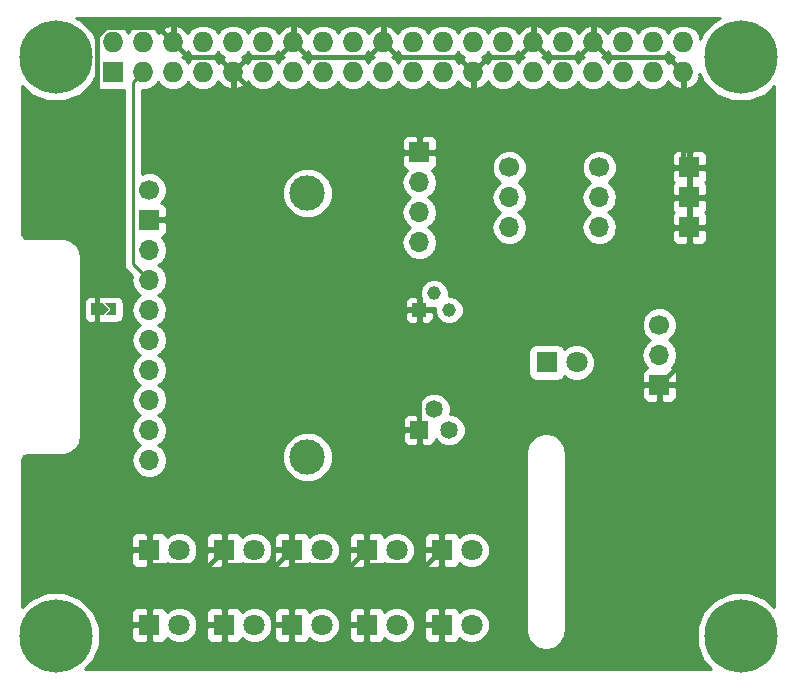
<source format=gbl>
G04 #@! TF.GenerationSoftware,KiCad,Pcbnew,5.0.2-bee76a0~70~ubuntu18.04.1*
G04 #@! TF.CreationDate,2019-10-12T02:21:46+09:00*
G04 #@! TF.ProjectId,RPi_Hat,5250695f-4861-4742-9e6b-696361645f70,rev?*
G04 #@! TF.SameCoordinates,Original*
G04 #@! TF.FileFunction,Copper,L2,Bot*
G04 #@! TF.FilePolarity,Positive*
%FSLAX46Y46*%
G04 Gerber Fmt 4.6, Leading zero omitted, Abs format (unit mm)*
G04 Created by KiCad (PCBNEW 5.0.2-bee76a0~70~ubuntu18.04.1) date 2019年10月12日 02時21分46秒*
%MOMM*%
%LPD*%
G01*
G04 APERTURE LIST*
G04 #@! TA.AperFunction,ComponentPad*
%ADD10O,1.700000X1.700000*%
G04 #@! TD*
G04 #@! TA.AperFunction,ComponentPad*
%ADD11R,1.700000X1.700000*%
G04 #@! TD*
G04 #@! TA.AperFunction,ComponentPad*
%ADD12C,1.700000*%
G04 #@! TD*
G04 #@! TA.AperFunction,ComponentPad*
%ADD13C,3.000000*%
G04 #@! TD*
G04 #@! TA.AperFunction,ComponentPad*
%ADD14C,6.200000*%
G04 #@! TD*
G04 #@! TA.AperFunction,ComponentPad*
%ADD15R,1.485900X1.485900*%
G04 #@! TD*
G04 #@! TA.AperFunction,ComponentPad*
%ADD16C,1.485900*%
G04 #@! TD*
G04 #@! TA.AperFunction,ComponentPad*
%ADD17R,1.160000X1.160000*%
G04 #@! TD*
G04 #@! TA.AperFunction,ComponentPad*
%ADD18C,1.160000*%
G04 #@! TD*
G04 #@! TA.AperFunction,ComponentPad*
%ADD19R,1.727200X1.727200*%
G04 #@! TD*
G04 #@! TA.AperFunction,ComponentPad*
%ADD20O,1.727200X1.727200*%
G04 #@! TD*
G04 #@! TA.AperFunction,ComponentPad*
%ADD21R,1.800000X1.800000*%
G04 #@! TD*
G04 #@! TA.AperFunction,ComponentPad*
%ADD22C,1.800000*%
G04 #@! TD*
G04 #@! TA.AperFunction,SMDPad,CuDef*
%ADD23C,0.353624*%
G04 #@! TD*
G04 #@! TA.AperFunction,Conductor*
%ADD24C,0.100000*%
G04 #@! TD*
G04 #@! TA.AperFunction,SMDPad,CuDef*
%ADD25C,0.707000*%
G04 #@! TD*
G04 #@! TA.AperFunction,SMDPad,CuDef*
%ADD26R,0.500000X1.000000*%
G04 #@! TD*
G04 #@! TA.AperFunction,SMDPad,CuDef*
%ADD27R,1.000000X1.000000*%
G04 #@! TD*
G04 #@! TA.AperFunction,ComponentPad*
%ADD28C,1.000000*%
G04 #@! TD*
G04 #@! TA.AperFunction,ComponentPad*
%ADD29C,0.500000*%
G04 #@! TD*
G04 #@! TA.AperFunction,ViaPad*
%ADD30C,0.600000*%
G04 #@! TD*
G04 #@! TA.AperFunction,Conductor*
%ADD31C,0.400000*%
G04 #@! TD*
G04 #@! TA.AperFunction,Conductor*
%ADD32C,0.250000*%
G04 #@! TD*
G04 #@! TA.AperFunction,Conductor*
%ADD33C,0.254000*%
G04 #@! TD*
G04 APERTURE END LIST*
D10*
G04 #@! TO.P,U2,7*
G04 #@! TO.N,Net-(U2-Pad7)*
X31750000Y-54610000D03*
G04 #@! TO.P,U2,6*
G04 #@! TO.N,A2*
X31750000Y-52070000D03*
G04 #@! TO.P,U2,5*
G04 #@! TO.N,A1*
X31750000Y-49530000D03*
G04 #@! TO.P,U2,4*
G04 #@! TO.N,A0*
X31750000Y-46990000D03*
G04 #@! TO.P,U2,2*
G04 #@! TO.N,Net-(U2-Pad2)*
X31750000Y-44450000D03*
G04 #@! TO.P,U2,1*
G04 #@! TO.N,Net-(JP1-Pad1)*
X31750000Y-41910000D03*
G04 #@! TO.P,U2,9*
G04 #@! TO.N,SDA*
X31750000Y-39370000D03*
G04 #@! TO.P,U2,10*
G04 #@! TO.N,SCL*
X31750000Y-36830000D03*
D11*
G04 #@! TO.P,U2,3*
G04 #@! TO.N,GND*
X31750000Y-34290000D03*
D12*
G04 #@! TO.P,U2,8*
G04 #@! TO.N,VCC*
X31750000Y-31750000D03*
D13*
G04 #@! TO.P,U2,*
G04 #@! TO.N,*
X45148500Y-32004000D03*
X45148500Y-54356000D03*
G04 #@! TD*
D14*
G04 #@! TO.P,,*
G04 #@! TO.N,*
X81820000Y-20510000D03*
G04 #@! TD*
G04 #@! TO.P,,*
G04 #@! TO.N,*
X23820000Y-20510000D03*
G04 #@! TD*
G04 #@! TO.P,,*
G04 #@! TO.N,*
X23820000Y-69510000D03*
G04 #@! TD*
G04 #@! TO.P,,*
G04 #@! TO.N,*
X81820000Y-69510000D03*
G04 #@! TD*
D15*
G04 #@! TO.P,Temperature,1*
G04 #@! TO.N,GND*
X54610000Y-52070000D03*
D16*
G04 #@! TO.P,Temperature,3*
G04 #@! TO.N,A2*
X55880000Y-50292000D03*
G04 #@! TO.P,Temperature,2*
G04 #@! TO.N,VCC*
X57150000Y-52070000D03*
G04 #@! TD*
D11*
G04 #@! TO.P,I2C,1*
G04 #@! TO.N,GND*
X54610000Y-28575000D03*
D10*
G04 #@! TO.P,I2C,2*
G04 #@! TO.N,VCC*
X54610000Y-31115000D03*
G04 #@! TO.P,I2C,3*
G04 #@! TO.N,SCL*
X54610000Y-33655000D03*
G04 #@! TO.P,I2C,4*
G04 #@! TO.N,SDA*
X54610000Y-36195000D03*
G04 #@! TD*
G04 #@! TO.P,3.3V,3*
G04 #@! TO.N,3.3V*
X69850000Y-34925000D03*
G04 #@! TO.P,3.3V,2*
X69850000Y-32385000D03*
D12*
G04 #@! TO.P,3.3V,1*
X69850000Y-29845000D03*
G04 #@! TD*
G04 #@! TO.P,VCC,1*
G04 #@! TO.N,VCC*
X62230000Y-29845000D03*
D10*
G04 #@! TO.P,VCC,2*
X62230000Y-32385000D03*
G04 #@! TO.P,VCC,3*
X62230000Y-34925000D03*
G04 #@! TD*
D11*
G04 #@! TO.P,GND,1*
G04 #@! TO.N,GND*
X77470000Y-29845000D03*
G04 #@! TO.P,GND,2*
X77470000Y-32385000D03*
G04 #@! TO.P,GND,3*
X77470000Y-34925000D03*
G04 #@! TD*
G04 #@! TO.P,Motion,3*
G04 #@! TO.N,GND*
X74930000Y-48260000D03*
D10*
G04 #@! TO.P,Motion,2*
G04 #@! TO.N,BCM5*
X74930000Y-45720000D03*
D12*
G04 #@! TO.P,Motion,1*
G04 #@! TO.N,VCC*
X74930000Y-43180000D03*
G04 #@! TD*
D17*
G04 #@! TO.P,Magnetic,2*
G04 #@! TO.N,GND*
X54610000Y-41910000D03*
D18*
G04 #@! TO.P,Magnetic,3*
G04 #@! TO.N,A0*
X55880000Y-40513000D03*
G04 #@! TO.P,Magnetic,1*
G04 #@! TO.N,VCC*
X57150000Y-41910000D03*
G04 #@! TD*
D19*
G04 #@! TO.P,J2,1*
G04 #@! TO.N,3.3V*
X28690000Y-21780000D03*
D20*
G04 #@! TO.P,J2,2*
G04 #@! TO.N,VCC*
X28690000Y-19240000D03*
G04 #@! TO.P,J2,3*
G04 #@! TO.N,SDA*
X31230000Y-21780000D03*
G04 #@! TO.P,J2,4*
G04 #@! TO.N,VCC*
X31230000Y-19240000D03*
G04 #@! TO.P,J2,5*
G04 #@! TO.N,SCL*
X33770000Y-21780000D03*
G04 #@! TO.P,J2,6*
G04 #@! TO.N,GND*
X33770000Y-19240000D03*
G04 #@! TO.P,J2,7*
G04 #@! TO.N,Net-(J2-Pad7)*
X36310000Y-21780000D03*
G04 #@! TO.P,J2,8*
G04 #@! TO.N,Net-(J2-Pad8)*
X36310000Y-19240000D03*
G04 #@! TO.P,J2,9*
G04 #@! TO.N,GND*
X38850000Y-21780000D03*
G04 #@! TO.P,J2,10*
G04 #@! TO.N,Net-(J2-Pad10)*
X38850000Y-19240000D03*
G04 #@! TO.P,J2,11*
G04 #@! TO.N,Net-(J2-Pad11)*
X41390000Y-21780000D03*
G04 #@! TO.P,J2,12*
G04 #@! TO.N,Net-(J2-Pad12)*
X41390000Y-19240000D03*
G04 #@! TO.P,J2,13*
G04 #@! TO.N,Net-(J2-Pad13)*
X43930000Y-21780000D03*
G04 #@! TO.P,J2,14*
G04 #@! TO.N,GND*
X43930000Y-19240000D03*
G04 #@! TO.P,J2,15*
G04 #@! TO.N,Net-(J2-Pad15)*
X46470000Y-21780000D03*
G04 #@! TO.P,J2,16*
G04 #@! TO.N,Net-(J2-Pad16)*
X46470000Y-19240000D03*
G04 #@! TO.P,J2,17*
G04 #@! TO.N,3.3V*
X49010000Y-21780000D03*
G04 #@! TO.P,J2,18*
G04 #@! TO.N,Net-(J2-Pad18)*
X49010000Y-19240000D03*
G04 #@! TO.P,J2,19*
G04 #@! TO.N,Net-(J2-Pad19)*
X51550000Y-21780000D03*
G04 #@! TO.P,J2,20*
G04 #@! TO.N,GND*
X51550000Y-19240000D03*
G04 #@! TO.P,J2,21*
G04 #@! TO.N,Net-(J2-Pad21)*
X54090000Y-21780000D03*
G04 #@! TO.P,J2,22*
G04 #@! TO.N,Net-(J2-Pad22)*
X54090000Y-19240000D03*
G04 #@! TO.P,J2,23*
G04 #@! TO.N,Net-(J2-Pad23)*
X56630000Y-21780000D03*
G04 #@! TO.P,J2,24*
G04 #@! TO.N,Net-(J2-Pad24)*
X56630000Y-19240000D03*
G04 #@! TO.P,J2,25*
G04 #@! TO.N,GND*
X59170000Y-21780000D03*
G04 #@! TO.P,J2,26*
G04 #@! TO.N,Net-(J2-Pad26)*
X59170000Y-19240000D03*
G04 #@! TO.P,J2,27*
G04 #@! TO.N,Net-(J2-Pad27)*
X61710000Y-21780000D03*
G04 #@! TO.P,J2,28*
G04 #@! TO.N,Net-(J2-Pad28)*
X61710000Y-19240000D03*
G04 #@! TO.P,J2,29*
G04 #@! TO.N,BCM5*
X64250000Y-21780000D03*
G04 #@! TO.P,J2,30*
G04 #@! TO.N,GND*
X64250000Y-19240000D03*
G04 #@! TO.P,J2,31*
G04 #@! TO.N,BCM6*
X66790000Y-21780000D03*
G04 #@! TO.P,J2,32*
G04 #@! TO.N,Net-(J2-Pad32)*
X66790000Y-19240000D03*
G04 #@! TO.P,J2,33*
G04 #@! TO.N,Net-(J2-Pad33)*
X69330000Y-21780000D03*
G04 #@! TO.P,J2,34*
G04 #@! TO.N,GND*
X69330000Y-19240000D03*
G04 #@! TO.P,J2,35*
G04 #@! TO.N,Net-(J2-Pad35)*
X71870000Y-21780000D03*
G04 #@! TO.P,J2,36*
G04 #@! TO.N,Net-(J2-Pad36)*
X71870000Y-19240000D03*
G04 #@! TO.P,J2,37*
G04 #@! TO.N,Net-(J2-Pad37)*
X74410000Y-21780000D03*
G04 #@! TO.P,J2,38*
G04 #@! TO.N,Net-(J2-Pad38)*
X74410000Y-19240000D03*
G04 #@! TO.P,J2,39*
G04 #@! TO.N,GND*
X76950000Y-21780000D03*
G04 #@! TO.P,J2,40*
G04 #@! TO.N,Net-(J2-Pad40)*
X76950000Y-19240000D03*
G04 #@! TD*
D21*
G04 #@! TO.P,Luminosity,1*
G04 #@! TO.N,A1*
X65405000Y-46355000D03*
D22*
G04 #@! TO.P,Luminosity,2*
G04 #@! TO.N,VCC*
X67945000Y-46355000D03*
G04 #@! TD*
G04 #@! TO.P,D2,2*
G04 #@! TO.N,BCM6*
X34290000Y-62230000D03*
D21*
G04 #@! TO.P,D2,1*
G04 #@! TO.N,GND*
X31750000Y-62230000D03*
G04 #@! TD*
G04 #@! TO.P,D3,1*
G04 #@! TO.N,GND*
X31750000Y-68580000D03*
D22*
G04 #@! TO.P,D3,2*
G04 #@! TO.N,BCM6*
X34290000Y-68580000D03*
G04 #@! TD*
G04 #@! TO.P,D4,2*
G04 #@! TO.N,BCM6*
X40640000Y-62230000D03*
D21*
G04 #@! TO.P,D4,1*
G04 #@! TO.N,GND*
X38100000Y-62230000D03*
G04 #@! TD*
G04 #@! TO.P,D5,1*
G04 #@! TO.N,GND*
X38100000Y-68580000D03*
D22*
G04 #@! TO.P,D5,2*
G04 #@! TO.N,BCM6*
X40640000Y-68580000D03*
G04 #@! TD*
G04 #@! TO.P,D6,2*
G04 #@! TO.N,BCM6*
X46355000Y-62230000D03*
D21*
G04 #@! TO.P,D6,1*
G04 #@! TO.N,GND*
X43815000Y-62230000D03*
G04 #@! TD*
G04 #@! TO.P,D7,1*
G04 #@! TO.N,GND*
X43815000Y-68580000D03*
D22*
G04 #@! TO.P,D7,2*
G04 #@! TO.N,BCM6*
X46355000Y-68580000D03*
G04 #@! TD*
G04 #@! TO.P,D8,2*
G04 #@! TO.N,BCM6*
X52705000Y-62230000D03*
D21*
G04 #@! TO.P,D8,1*
G04 #@! TO.N,GND*
X50165000Y-62230000D03*
G04 #@! TD*
G04 #@! TO.P,D9,1*
G04 #@! TO.N,GND*
X50165000Y-68580000D03*
D22*
G04 #@! TO.P,D9,2*
G04 #@! TO.N,BCM6*
X52705000Y-68580000D03*
G04 #@! TD*
D21*
G04 #@! TO.P,D10,1*
G04 #@! TO.N,GND*
X56515000Y-62230000D03*
D22*
G04 #@! TO.P,D10,2*
G04 #@! TO.N,BCM6*
X59055000Y-62230000D03*
G04 #@! TD*
D21*
G04 #@! TO.P,D11,1*
G04 #@! TO.N,GND*
X56515000Y-68580000D03*
D22*
G04 #@! TO.P,D11,2*
G04 #@! TO.N,BCM6*
X59055000Y-68580000D03*
G04 #@! TD*
D23*
G04 #@! TO.P,JP1,1*
G04 #@! TO.N,Net-(JP1-Pad1)*
X28471200Y-41609200D03*
D24*
G04 #@! TD*
G04 #@! TO.N,Net-(JP1-Pad1)*
G04 #@! TO.C,JP1*
G36*
X28971250Y-41359200D02*
X28471250Y-41859200D01*
X28471150Y-41859200D01*
X27971150Y-41359200D01*
X28971250Y-41359200D01*
X28971250Y-41359200D01*
G37*
D25*
G04 #@! TO.P,JP1,2*
G04 #@! TO.N,GND*
X27831200Y-41859200D03*
D24*
G04 #@! TD*
G04 #@! TO.N,GND*
G04 #@! TO.C,JP1*
G36*
X27831200Y-41359276D02*
X28331124Y-41859200D01*
X27831200Y-42359124D01*
X27331276Y-41859200D01*
X27831200Y-41359276D01*
X27831200Y-41359276D01*
G37*
D23*
G04 #@! TO.P,JP1,1*
G04 #@! TO.N,Net-(JP1-Pad1)*
X28471200Y-42109200D03*
D24*
G04 #@! TD*
G04 #@! TO.N,Net-(JP1-Pad1)*
G04 #@! TO.C,JP1*
G36*
X27971150Y-42359200D02*
X28471150Y-41859200D01*
X28471250Y-41859200D01*
X28971250Y-42359200D01*
X27971150Y-42359200D01*
X27971150Y-42359200D01*
G37*
D26*
G04 #@! TO.P,JP1,1*
G04 #@! TO.N,Net-(JP1-Pad1)*
X28721200Y-41859200D03*
D27*
G04 #@! TO.P,JP1,2*
G04 #@! TO.N,GND*
X27330000Y-41864600D03*
D28*
X27370000Y-41864600D03*
D29*
G04 #@! TO.P,JP1,1*
G04 #@! TO.N,Net-(JP1-Pad1)*
X28710000Y-41844600D03*
G04 #@! TD*
D30*
G04 #@! TO.N,*
X81788000Y-67246500D03*
X81851500Y-71755000D03*
X84137500Y-69596000D03*
X83502500Y-67945000D03*
X83375500Y-71120000D03*
X79629000Y-69532500D03*
X80200500Y-67945000D03*
X80200500Y-71120000D03*
X23876000Y-71755000D03*
X26098500Y-69532500D03*
X21590000Y-69469000D03*
X23812500Y-67183000D03*
X25463500Y-67945000D03*
X25527000Y-70993000D03*
X22161500Y-70993000D03*
X22288500Y-67881500D03*
X23812500Y-22669500D03*
X23749000Y-18224500D03*
X21590000Y-20447000D03*
X26035000Y-20510500D03*
X25400000Y-18859500D03*
X22098000Y-22034500D03*
X25527000Y-22034500D03*
X22161500Y-18923000D03*
X81851500Y-22796500D03*
X81788000Y-18224500D03*
X79502000Y-20510500D03*
X84137500Y-20574000D03*
X83502500Y-18986500D03*
X80200500Y-18986500D03*
X80264000Y-22098000D03*
X83439000Y-22161500D03*
G04 #@! TO.N,GND*
X24765000Y-30480000D03*
X29210000Y-46355000D03*
X27940000Y-38735000D03*
X38735000Y-38100000D03*
X60325000Y-44450000D03*
X38100000Y-53975000D03*
X66675000Y-26035000D03*
X32385000Y-26670000D03*
X28575000Y-25400000D03*
X69215000Y-25400000D03*
X40640000Y-48260000D03*
X59055000Y-48895000D03*
G04 #@! TD*
D31*
G04 #@! TO.N,GND*
X56515000Y-62230000D02*
X56515000Y-68580000D01*
X50165000Y-68580000D02*
X50165000Y-62230000D01*
X43815000Y-62230000D02*
X43815000Y-68580000D01*
X38100000Y-68580000D02*
X38100000Y-62230000D01*
X31750000Y-62230000D02*
X31750000Y-68580000D01*
X27330000Y-56510000D02*
X27330000Y-41864600D01*
X31750000Y-60930000D02*
X27330000Y-56510000D01*
X31750000Y-62230000D02*
X31750000Y-60930000D01*
X34633599Y-20103599D02*
X33770000Y-19240000D01*
X37573601Y-20503601D02*
X35033601Y-20503601D01*
X35033601Y-20503601D02*
X34633599Y-20103599D01*
X38850000Y-21780000D02*
X37573601Y-20503601D01*
X43066401Y-20103599D02*
X43930000Y-19240000D01*
X42666399Y-20503601D02*
X43066401Y-20103599D01*
X40126399Y-20503601D02*
X42666399Y-20503601D01*
X38850000Y-21780000D02*
X40126399Y-20503601D01*
X50686401Y-20103599D02*
X51550000Y-19240000D01*
X50286399Y-20503601D02*
X50686401Y-20103599D01*
X45193601Y-20503601D02*
X50286399Y-20503601D01*
X43930000Y-19240000D02*
X45193601Y-20503601D01*
X57893601Y-20503601D02*
X58306401Y-20916401D01*
X58306401Y-20916401D02*
X59170000Y-21780000D01*
X52813601Y-20503601D02*
X57893601Y-20503601D01*
X51550000Y-19240000D02*
X52813601Y-20503601D01*
X63386401Y-20103599D02*
X64250000Y-19240000D01*
X62986399Y-20503601D02*
X63386401Y-20103599D01*
X60446399Y-20503601D02*
X62986399Y-20503601D01*
X59170000Y-21780000D02*
X60446399Y-20503601D01*
X68466401Y-20103599D02*
X69330000Y-19240000D01*
X68066399Y-20503601D02*
X68466401Y-20103599D01*
X65513601Y-20503601D02*
X68066399Y-20503601D01*
X64250000Y-19240000D02*
X65513601Y-20503601D01*
X76086401Y-20916401D02*
X76950000Y-21780000D01*
X75673601Y-20503601D02*
X76086401Y-20916401D01*
X70593601Y-20503601D02*
X75673601Y-20503601D01*
X69330000Y-19240000D02*
X70593601Y-20503601D01*
X76950000Y-29325000D02*
X77470000Y-29845000D01*
X76950000Y-21780000D02*
X76950000Y-29325000D01*
X77470000Y-45720000D02*
X77470000Y-34925000D01*
X74930000Y-48260000D02*
X77470000Y-45720000D01*
X36799999Y-63530001D02*
X38100000Y-62230000D01*
X31750001Y-63530001D02*
X36799999Y-63530001D01*
X31750000Y-62230000D02*
X31750001Y-63530001D01*
X42514999Y-63530001D02*
X43815000Y-62230000D01*
X38100001Y-63530001D02*
X42514999Y-63530001D01*
X38100000Y-62230000D02*
X38100001Y-63530001D01*
X48864999Y-63530001D02*
X50165000Y-62230000D01*
X43815001Y-63530001D02*
X48864999Y-63530001D01*
X43815000Y-62230000D02*
X43815001Y-63530001D01*
X50165001Y-63530001D02*
X55214999Y-63530001D01*
X55214999Y-63530001D02*
X56515000Y-62230000D01*
X50165000Y-62230000D02*
X50165001Y-63530001D01*
X32506399Y-17976399D02*
X32906401Y-18376401D01*
X32906401Y-18376401D02*
X33770000Y-19240000D01*
X28083471Y-17976399D02*
X32506399Y-17976399D01*
X27330000Y-18729870D02*
X28083471Y-17976399D01*
X27330000Y-41864600D02*
X27330000Y-18729870D01*
X38850000Y-28440000D02*
X38850000Y-21780000D01*
X33000000Y-34290000D02*
X38850000Y-28440000D01*
X31750000Y-34290000D02*
X33000000Y-34290000D01*
X45645000Y-28575000D02*
X38850000Y-21780000D01*
X54610000Y-28575000D02*
X45645000Y-28575000D01*
X54610000Y-41910000D02*
X54610000Y-52070000D01*
D32*
G04 #@! TO.N,SDA*
X30900001Y-38520001D02*
X31750000Y-39370000D01*
X30366401Y-22643599D02*
X30366401Y-37986401D01*
X30366401Y-37986401D02*
X30900001Y-38520001D01*
X31230000Y-21780000D02*
X30366401Y-22643599D01*
G04 #@! TD*
D33*
G04 #@! TO.N,GND*
G36*
X38977000Y-21653000D02*
X38997000Y-21653000D01*
X38997000Y-21907000D01*
X38977000Y-21907000D01*
X38977000Y-23113817D01*
X39209026Y-23234958D01*
X39624947Y-23062688D01*
X40056821Y-22668490D01*
X40108146Y-22558979D01*
X40309570Y-22860430D01*
X40805275Y-23191650D01*
X41242402Y-23278600D01*
X41537598Y-23278600D01*
X41974725Y-23191650D01*
X42470430Y-22860430D01*
X42660000Y-22576719D01*
X42849570Y-22860430D01*
X43345275Y-23191650D01*
X43782402Y-23278600D01*
X44077598Y-23278600D01*
X44514725Y-23191650D01*
X45010430Y-22860430D01*
X45200000Y-22576719D01*
X45389570Y-22860430D01*
X45885275Y-23191650D01*
X46322402Y-23278600D01*
X46617598Y-23278600D01*
X47054725Y-23191650D01*
X47550430Y-22860430D01*
X47740000Y-22576719D01*
X47929570Y-22860430D01*
X48425275Y-23191650D01*
X48862402Y-23278600D01*
X49157598Y-23278600D01*
X49594725Y-23191650D01*
X50090430Y-22860430D01*
X50280000Y-22576719D01*
X50469570Y-22860430D01*
X50965275Y-23191650D01*
X51402402Y-23278600D01*
X51697598Y-23278600D01*
X52134725Y-23191650D01*
X52630430Y-22860430D01*
X52820000Y-22576719D01*
X53009570Y-22860430D01*
X53505275Y-23191650D01*
X53942402Y-23278600D01*
X54237598Y-23278600D01*
X54674725Y-23191650D01*
X55170430Y-22860430D01*
X55360000Y-22576719D01*
X55549570Y-22860430D01*
X56045275Y-23191650D01*
X56482402Y-23278600D01*
X56777598Y-23278600D01*
X57214725Y-23191650D01*
X57710430Y-22860430D01*
X57911854Y-22558979D01*
X57963179Y-22668490D01*
X58395053Y-23062688D01*
X58810974Y-23234958D01*
X59043000Y-23113817D01*
X59043000Y-21907000D01*
X59023000Y-21907000D01*
X59023000Y-21653000D01*
X59043000Y-21653000D01*
X59043000Y-21633000D01*
X59297000Y-21633000D01*
X59297000Y-21653000D01*
X59317000Y-21653000D01*
X59317000Y-21907000D01*
X59297000Y-21907000D01*
X59297000Y-23113817D01*
X59529026Y-23234958D01*
X59944947Y-23062688D01*
X60376821Y-22668490D01*
X60428146Y-22558979D01*
X60629570Y-22860430D01*
X61125275Y-23191650D01*
X61562402Y-23278600D01*
X61857598Y-23278600D01*
X62294725Y-23191650D01*
X62790430Y-22860430D01*
X62980000Y-22576719D01*
X63169570Y-22860430D01*
X63665275Y-23191650D01*
X64102402Y-23278600D01*
X64397598Y-23278600D01*
X64834725Y-23191650D01*
X65330430Y-22860430D01*
X65520000Y-22576719D01*
X65709570Y-22860430D01*
X66205275Y-23191650D01*
X66642402Y-23278600D01*
X66937598Y-23278600D01*
X67374725Y-23191650D01*
X67870430Y-22860430D01*
X68060000Y-22576719D01*
X68249570Y-22860430D01*
X68745275Y-23191650D01*
X69182402Y-23278600D01*
X69477598Y-23278600D01*
X69914725Y-23191650D01*
X70410430Y-22860430D01*
X70600000Y-22576719D01*
X70789570Y-22860430D01*
X71285275Y-23191650D01*
X71722402Y-23278600D01*
X72017598Y-23278600D01*
X72454725Y-23191650D01*
X72950430Y-22860430D01*
X73140000Y-22576719D01*
X73329570Y-22860430D01*
X73825275Y-23191650D01*
X74262402Y-23278600D01*
X74557598Y-23278600D01*
X74994725Y-23191650D01*
X75490430Y-22860430D01*
X75691854Y-22558979D01*
X75743179Y-22668490D01*
X76175053Y-23062688D01*
X76590974Y-23234958D01*
X76823000Y-23113817D01*
X76823000Y-21907000D01*
X76803000Y-21907000D01*
X76803000Y-21653000D01*
X76823000Y-21653000D01*
X76823000Y-21633000D01*
X77077000Y-21633000D01*
X77077000Y-21653000D01*
X77097000Y-21653000D01*
X77097000Y-21907000D01*
X77077000Y-21907000D01*
X77077000Y-23113817D01*
X77309026Y-23234958D01*
X77724947Y-23062688D01*
X78156821Y-22668490D01*
X78404968Y-22139027D01*
X78284470Y-21907002D01*
X78355922Y-21907002D01*
X78653620Y-22625708D01*
X79704292Y-23676380D01*
X81077062Y-24245000D01*
X82562938Y-24245000D01*
X83935708Y-23676380D01*
X84635000Y-22977088D01*
X84635001Y-67042913D01*
X83935708Y-66343620D01*
X82562938Y-65775000D01*
X81077062Y-65775000D01*
X79704292Y-66343620D01*
X78653620Y-67394292D01*
X78085000Y-68767062D01*
X78085000Y-70252938D01*
X78653620Y-71625708D01*
X79352912Y-72325000D01*
X26287088Y-72325000D01*
X26986380Y-71625708D01*
X27555000Y-70252938D01*
X27555000Y-68865750D01*
X30215000Y-68865750D01*
X30215000Y-69606310D01*
X30311673Y-69839699D01*
X30490302Y-70018327D01*
X30723691Y-70115000D01*
X31464250Y-70115000D01*
X31623000Y-69956250D01*
X31623000Y-68707000D01*
X30373750Y-68707000D01*
X30215000Y-68865750D01*
X27555000Y-68865750D01*
X27555000Y-68767062D01*
X27052405Y-67553690D01*
X30215000Y-67553690D01*
X30215000Y-68294250D01*
X30373750Y-68453000D01*
X31623000Y-68453000D01*
X31623000Y-67203750D01*
X31877000Y-67203750D01*
X31877000Y-68453000D01*
X31897000Y-68453000D01*
X31897000Y-68707000D01*
X31877000Y-68707000D01*
X31877000Y-69956250D01*
X32035750Y-70115000D01*
X32776309Y-70115000D01*
X33009698Y-70018327D01*
X33188327Y-69839699D01*
X33244139Y-69704956D01*
X33420493Y-69881310D01*
X33984670Y-70115000D01*
X34595330Y-70115000D01*
X35159507Y-69881310D01*
X35591310Y-69449507D01*
X35825000Y-68885330D01*
X35825000Y-68865750D01*
X36565000Y-68865750D01*
X36565000Y-69606310D01*
X36661673Y-69839699D01*
X36840302Y-70018327D01*
X37073691Y-70115000D01*
X37814250Y-70115000D01*
X37973000Y-69956250D01*
X37973000Y-68707000D01*
X36723750Y-68707000D01*
X36565000Y-68865750D01*
X35825000Y-68865750D01*
X35825000Y-68274670D01*
X35591310Y-67710493D01*
X35434507Y-67553690D01*
X36565000Y-67553690D01*
X36565000Y-68294250D01*
X36723750Y-68453000D01*
X37973000Y-68453000D01*
X37973000Y-67203750D01*
X38227000Y-67203750D01*
X38227000Y-68453000D01*
X38247000Y-68453000D01*
X38247000Y-68707000D01*
X38227000Y-68707000D01*
X38227000Y-69956250D01*
X38385750Y-70115000D01*
X39126309Y-70115000D01*
X39359698Y-70018327D01*
X39538327Y-69839699D01*
X39594139Y-69704956D01*
X39770493Y-69881310D01*
X40334670Y-70115000D01*
X40945330Y-70115000D01*
X41509507Y-69881310D01*
X41941310Y-69449507D01*
X42175000Y-68885330D01*
X42175000Y-68865750D01*
X42280000Y-68865750D01*
X42280000Y-69606310D01*
X42376673Y-69839699D01*
X42555302Y-70018327D01*
X42788691Y-70115000D01*
X43529250Y-70115000D01*
X43688000Y-69956250D01*
X43688000Y-68707000D01*
X42438750Y-68707000D01*
X42280000Y-68865750D01*
X42175000Y-68865750D01*
X42175000Y-68274670D01*
X41941310Y-67710493D01*
X41784507Y-67553690D01*
X42280000Y-67553690D01*
X42280000Y-68294250D01*
X42438750Y-68453000D01*
X43688000Y-68453000D01*
X43688000Y-67203750D01*
X43942000Y-67203750D01*
X43942000Y-68453000D01*
X43962000Y-68453000D01*
X43962000Y-68707000D01*
X43942000Y-68707000D01*
X43942000Y-69956250D01*
X44100750Y-70115000D01*
X44841309Y-70115000D01*
X45074698Y-70018327D01*
X45253327Y-69839699D01*
X45309139Y-69704956D01*
X45485493Y-69881310D01*
X46049670Y-70115000D01*
X46660330Y-70115000D01*
X47224507Y-69881310D01*
X47656310Y-69449507D01*
X47890000Y-68885330D01*
X47890000Y-68865750D01*
X48630000Y-68865750D01*
X48630000Y-69606310D01*
X48726673Y-69839699D01*
X48905302Y-70018327D01*
X49138691Y-70115000D01*
X49879250Y-70115000D01*
X50038000Y-69956250D01*
X50038000Y-68707000D01*
X48788750Y-68707000D01*
X48630000Y-68865750D01*
X47890000Y-68865750D01*
X47890000Y-68274670D01*
X47656310Y-67710493D01*
X47499507Y-67553690D01*
X48630000Y-67553690D01*
X48630000Y-68294250D01*
X48788750Y-68453000D01*
X50038000Y-68453000D01*
X50038000Y-67203750D01*
X50292000Y-67203750D01*
X50292000Y-68453000D01*
X50312000Y-68453000D01*
X50312000Y-68707000D01*
X50292000Y-68707000D01*
X50292000Y-69956250D01*
X50450750Y-70115000D01*
X51191309Y-70115000D01*
X51424698Y-70018327D01*
X51603327Y-69839699D01*
X51659139Y-69704956D01*
X51835493Y-69881310D01*
X52399670Y-70115000D01*
X53010330Y-70115000D01*
X53574507Y-69881310D01*
X54006310Y-69449507D01*
X54240000Y-68885330D01*
X54240000Y-68865750D01*
X54980000Y-68865750D01*
X54980000Y-69606310D01*
X55076673Y-69839699D01*
X55255302Y-70018327D01*
X55488691Y-70115000D01*
X56229250Y-70115000D01*
X56388000Y-69956250D01*
X56388000Y-68707000D01*
X55138750Y-68707000D01*
X54980000Y-68865750D01*
X54240000Y-68865750D01*
X54240000Y-68274670D01*
X54006310Y-67710493D01*
X53849507Y-67553690D01*
X54980000Y-67553690D01*
X54980000Y-68294250D01*
X55138750Y-68453000D01*
X56388000Y-68453000D01*
X56388000Y-67203750D01*
X56642000Y-67203750D01*
X56642000Y-68453000D01*
X56662000Y-68453000D01*
X56662000Y-68707000D01*
X56642000Y-68707000D01*
X56642000Y-69956250D01*
X56800750Y-70115000D01*
X57541309Y-70115000D01*
X57774698Y-70018327D01*
X57953327Y-69839699D01*
X58009139Y-69704956D01*
X58185493Y-69881310D01*
X58749670Y-70115000D01*
X59360330Y-70115000D01*
X59924507Y-69881310D01*
X60356310Y-69449507D01*
X60590000Y-68885330D01*
X60590000Y-68274670D01*
X60356310Y-67710493D01*
X59924507Y-67278690D01*
X59360330Y-67045000D01*
X58749670Y-67045000D01*
X58185493Y-67278690D01*
X58009139Y-67455044D01*
X57953327Y-67320301D01*
X57774698Y-67141673D01*
X57541309Y-67045000D01*
X56800750Y-67045000D01*
X56642000Y-67203750D01*
X56388000Y-67203750D01*
X56229250Y-67045000D01*
X55488691Y-67045000D01*
X55255302Y-67141673D01*
X55076673Y-67320301D01*
X54980000Y-67553690D01*
X53849507Y-67553690D01*
X53574507Y-67278690D01*
X53010330Y-67045000D01*
X52399670Y-67045000D01*
X51835493Y-67278690D01*
X51659139Y-67455044D01*
X51603327Y-67320301D01*
X51424698Y-67141673D01*
X51191309Y-67045000D01*
X50450750Y-67045000D01*
X50292000Y-67203750D01*
X50038000Y-67203750D01*
X49879250Y-67045000D01*
X49138691Y-67045000D01*
X48905302Y-67141673D01*
X48726673Y-67320301D01*
X48630000Y-67553690D01*
X47499507Y-67553690D01*
X47224507Y-67278690D01*
X46660330Y-67045000D01*
X46049670Y-67045000D01*
X45485493Y-67278690D01*
X45309139Y-67455044D01*
X45253327Y-67320301D01*
X45074698Y-67141673D01*
X44841309Y-67045000D01*
X44100750Y-67045000D01*
X43942000Y-67203750D01*
X43688000Y-67203750D01*
X43529250Y-67045000D01*
X42788691Y-67045000D01*
X42555302Y-67141673D01*
X42376673Y-67320301D01*
X42280000Y-67553690D01*
X41784507Y-67553690D01*
X41509507Y-67278690D01*
X40945330Y-67045000D01*
X40334670Y-67045000D01*
X39770493Y-67278690D01*
X39594139Y-67455044D01*
X39538327Y-67320301D01*
X39359698Y-67141673D01*
X39126309Y-67045000D01*
X38385750Y-67045000D01*
X38227000Y-67203750D01*
X37973000Y-67203750D01*
X37814250Y-67045000D01*
X37073691Y-67045000D01*
X36840302Y-67141673D01*
X36661673Y-67320301D01*
X36565000Y-67553690D01*
X35434507Y-67553690D01*
X35159507Y-67278690D01*
X34595330Y-67045000D01*
X33984670Y-67045000D01*
X33420493Y-67278690D01*
X33244139Y-67455044D01*
X33188327Y-67320301D01*
X33009698Y-67141673D01*
X32776309Y-67045000D01*
X32035750Y-67045000D01*
X31877000Y-67203750D01*
X31623000Y-67203750D01*
X31464250Y-67045000D01*
X30723691Y-67045000D01*
X30490302Y-67141673D01*
X30311673Y-67320301D01*
X30215000Y-67553690D01*
X27052405Y-67553690D01*
X26986380Y-67394292D01*
X25935708Y-66343620D01*
X24562938Y-65775000D01*
X23077062Y-65775000D01*
X21704292Y-66343620D01*
X21005000Y-67042912D01*
X21005000Y-62515750D01*
X30215000Y-62515750D01*
X30215000Y-63256310D01*
X30311673Y-63489699D01*
X30490302Y-63668327D01*
X30723691Y-63765000D01*
X31464250Y-63765000D01*
X31623000Y-63606250D01*
X31623000Y-62357000D01*
X30373750Y-62357000D01*
X30215000Y-62515750D01*
X21005000Y-62515750D01*
X21005000Y-61203690D01*
X30215000Y-61203690D01*
X30215000Y-61944250D01*
X30373750Y-62103000D01*
X31623000Y-62103000D01*
X31623000Y-60853750D01*
X31877000Y-60853750D01*
X31877000Y-62103000D01*
X31897000Y-62103000D01*
X31897000Y-62357000D01*
X31877000Y-62357000D01*
X31877000Y-63606250D01*
X32035750Y-63765000D01*
X32776309Y-63765000D01*
X33009698Y-63668327D01*
X33188327Y-63489699D01*
X33244139Y-63354956D01*
X33420493Y-63531310D01*
X33984670Y-63765000D01*
X34595330Y-63765000D01*
X35159507Y-63531310D01*
X35591310Y-63099507D01*
X35825000Y-62535330D01*
X35825000Y-62515750D01*
X36565000Y-62515750D01*
X36565000Y-63256310D01*
X36661673Y-63489699D01*
X36840302Y-63668327D01*
X37073691Y-63765000D01*
X37814250Y-63765000D01*
X37973000Y-63606250D01*
X37973000Y-62357000D01*
X36723750Y-62357000D01*
X36565000Y-62515750D01*
X35825000Y-62515750D01*
X35825000Y-61924670D01*
X35591310Y-61360493D01*
X35434507Y-61203690D01*
X36565000Y-61203690D01*
X36565000Y-61944250D01*
X36723750Y-62103000D01*
X37973000Y-62103000D01*
X37973000Y-60853750D01*
X38227000Y-60853750D01*
X38227000Y-62103000D01*
X38247000Y-62103000D01*
X38247000Y-62357000D01*
X38227000Y-62357000D01*
X38227000Y-63606250D01*
X38385750Y-63765000D01*
X39126309Y-63765000D01*
X39359698Y-63668327D01*
X39538327Y-63489699D01*
X39594139Y-63354956D01*
X39770493Y-63531310D01*
X40334670Y-63765000D01*
X40945330Y-63765000D01*
X41509507Y-63531310D01*
X41941310Y-63099507D01*
X42175000Y-62535330D01*
X42175000Y-62515750D01*
X42280000Y-62515750D01*
X42280000Y-63256310D01*
X42376673Y-63489699D01*
X42555302Y-63668327D01*
X42788691Y-63765000D01*
X43529250Y-63765000D01*
X43688000Y-63606250D01*
X43688000Y-62357000D01*
X42438750Y-62357000D01*
X42280000Y-62515750D01*
X42175000Y-62515750D01*
X42175000Y-61924670D01*
X41941310Y-61360493D01*
X41784507Y-61203690D01*
X42280000Y-61203690D01*
X42280000Y-61944250D01*
X42438750Y-62103000D01*
X43688000Y-62103000D01*
X43688000Y-60853750D01*
X43942000Y-60853750D01*
X43942000Y-62103000D01*
X43962000Y-62103000D01*
X43962000Y-62357000D01*
X43942000Y-62357000D01*
X43942000Y-63606250D01*
X44100750Y-63765000D01*
X44841309Y-63765000D01*
X45074698Y-63668327D01*
X45253327Y-63489699D01*
X45309139Y-63354956D01*
X45485493Y-63531310D01*
X46049670Y-63765000D01*
X46660330Y-63765000D01*
X47224507Y-63531310D01*
X47656310Y-63099507D01*
X47890000Y-62535330D01*
X47890000Y-62515750D01*
X48630000Y-62515750D01*
X48630000Y-63256310D01*
X48726673Y-63489699D01*
X48905302Y-63668327D01*
X49138691Y-63765000D01*
X49879250Y-63765000D01*
X50038000Y-63606250D01*
X50038000Y-62357000D01*
X48788750Y-62357000D01*
X48630000Y-62515750D01*
X47890000Y-62515750D01*
X47890000Y-61924670D01*
X47656310Y-61360493D01*
X47499507Y-61203690D01*
X48630000Y-61203690D01*
X48630000Y-61944250D01*
X48788750Y-62103000D01*
X50038000Y-62103000D01*
X50038000Y-60853750D01*
X50292000Y-60853750D01*
X50292000Y-62103000D01*
X50312000Y-62103000D01*
X50312000Y-62357000D01*
X50292000Y-62357000D01*
X50292000Y-63606250D01*
X50450750Y-63765000D01*
X51191309Y-63765000D01*
X51424698Y-63668327D01*
X51603327Y-63489699D01*
X51659139Y-63354956D01*
X51835493Y-63531310D01*
X52399670Y-63765000D01*
X53010330Y-63765000D01*
X53574507Y-63531310D01*
X54006310Y-63099507D01*
X54240000Y-62535330D01*
X54240000Y-62515750D01*
X54980000Y-62515750D01*
X54980000Y-63256310D01*
X55076673Y-63489699D01*
X55255302Y-63668327D01*
X55488691Y-63765000D01*
X56229250Y-63765000D01*
X56388000Y-63606250D01*
X56388000Y-62357000D01*
X55138750Y-62357000D01*
X54980000Y-62515750D01*
X54240000Y-62515750D01*
X54240000Y-61924670D01*
X54006310Y-61360493D01*
X53849507Y-61203690D01*
X54980000Y-61203690D01*
X54980000Y-61944250D01*
X55138750Y-62103000D01*
X56388000Y-62103000D01*
X56388000Y-60853750D01*
X56642000Y-60853750D01*
X56642000Y-62103000D01*
X56662000Y-62103000D01*
X56662000Y-62357000D01*
X56642000Y-62357000D01*
X56642000Y-63606250D01*
X56800750Y-63765000D01*
X57541309Y-63765000D01*
X57774698Y-63668327D01*
X57953327Y-63489699D01*
X58009139Y-63354956D01*
X58185493Y-63531310D01*
X58749670Y-63765000D01*
X59360330Y-63765000D01*
X59924507Y-63531310D01*
X60356310Y-63099507D01*
X60590000Y-62535330D01*
X60590000Y-61924670D01*
X60356310Y-61360493D01*
X59924507Y-60928690D01*
X59360330Y-60695000D01*
X58749670Y-60695000D01*
X58185493Y-60928690D01*
X58009139Y-61105044D01*
X57953327Y-60970301D01*
X57774698Y-60791673D01*
X57541309Y-60695000D01*
X56800750Y-60695000D01*
X56642000Y-60853750D01*
X56388000Y-60853750D01*
X56229250Y-60695000D01*
X55488691Y-60695000D01*
X55255302Y-60791673D01*
X55076673Y-60970301D01*
X54980000Y-61203690D01*
X53849507Y-61203690D01*
X53574507Y-60928690D01*
X53010330Y-60695000D01*
X52399670Y-60695000D01*
X51835493Y-60928690D01*
X51659139Y-61105044D01*
X51603327Y-60970301D01*
X51424698Y-60791673D01*
X51191309Y-60695000D01*
X50450750Y-60695000D01*
X50292000Y-60853750D01*
X50038000Y-60853750D01*
X49879250Y-60695000D01*
X49138691Y-60695000D01*
X48905302Y-60791673D01*
X48726673Y-60970301D01*
X48630000Y-61203690D01*
X47499507Y-61203690D01*
X47224507Y-60928690D01*
X46660330Y-60695000D01*
X46049670Y-60695000D01*
X45485493Y-60928690D01*
X45309139Y-61105044D01*
X45253327Y-60970301D01*
X45074698Y-60791673D01*
X44841309Y-60695000D01*
X44100750Y-60695000D01*
X43942000Y-60853750D01*
X43688000Y-60853750D01*
X43529250Y-60695000D01*
X42788691Y-60695000D01*
X42555302Y-60791673D01*
X42376673Y-60970301D01*
X42280000Y-61203690D01*
X41784507Y-61203690D01*
X41509507Y-60928690D01*
X40945330Y-60695000D01*
X40334670Y-60695000D01*
X39770493Y-60928690D01*
X39594139Y-61105044D01*
X39538327Y-60970301D01*
X39359698Y-60791673D01*
X39126309Y-60695000D01*
X38385750Y-60695000D01*
X38227000Y-60853750D01*
X37973000Y-60853750D01*
X37814250Y-60695000D01*
X37073691Y-60695000D01*
X36840302Y-60791673D01*
X36661673Y-60970301D01*
X36565000Y-61203690D01*
X35434507Y-61203690D01*
X35159507Y-60928690D01*
X34595330Y-60695000D01*
X33984670Y-60695000D01*
X33420493Y-60928690D01*
X33244139Y-61105044D01*
X33188327Y-60970301D01*
X33009698Y-60791673D01*
X32776309Y-60695000D01*
X32035750Y-60695000D01*
X31877000Y-60853750D01*
X31623000Y-60853750D01*
X31464250Y-60695000D01*
X30723691Y-60695000D01*
X30490302Y-60791673D01*
X30311673Y-60970301D01*
X30215000Y-61203690D01*
X21005000Y-61203690D01*
X21005000Y-54577466D01*
X21041376Y-54394591D01*
X21106751Y-54296750D01*
X21204590Y-54231376D01*
X21387466Y-54195000D01*
X24387462Y-54195000D01*
X24453632Y-54181838D01*
X24453636Y-54181838D01*
X24836319Y-54105718D01*
X25083248Y-54003437D01*
X25083249Y-54003436D01*
X25407672Y-53786664D01*
X25596664Y-53597672D01*
X25813437Y-53273249D01*
X25868371Y-53140625D01*
X25915718Y-53026319D01*
X25991838Y-52643636D01*
X25991838Y-52643632D01*
X26005000Y-52577462D01*
X26005000Y-41238290D01*
X26195000Y-41238290D01*
X26195000Y-41578850D01*
X26250364Y-41634214D01*
X26221888Y-41719572D01*
X26248598Y-42096752D01*
X26195000Y-42150350D01*
X26195000Y-42490910D01*
X26291673Y-42724299D01*
X26470302Y-42902927D01*
X26703691Y-42999600D01*
X27044250Y-42999600D01*
X27079627Y-42964223D01*
X27224972Y-43012712D01*
X27410131Y-42999600D01*
X27457002Y-42999600D01*
X27457002Y-42996281D01*
X27602152Y-42986002D01*
X27615750Y-42999600D01*
X27935757Y-42999600D01*
X27971150Y-43006640D01*
X28971250Y-43006640D01*
X29219015Y-42957357D01*
X29429059Y-42817009D01*
X29569407Y-42606965D01*
X29618690Y-42359200D01*
X29618640Y-42358949D01*
X29618640Y-41359451D01*
X29618690Y-41359200D01*
X29569407Y-41111435D01*
X29429059Y-40901391D01*
X29219015Y-40761043D01*
X28971250Y-40711760D01*
X27971150Y-40711760D01*
X27908231Y-40724275D01*
X27704890Y-40724276D01*
X27692037Y-40729600D01*
X27615750Y-40729600D01*
X27600386Y-40744964D01*
X27515028Y-40716488D01*
X27329868Y-40729600D01*
X27202998Y-40729600D01*
X27202998Y-40738584D01*
X27064625Y-40748383D01*
X27063499Y-40748849D01*
X27044250Y-40729600D01*
X26703691Y-40729600D01*
X26470302Y-40826273D01*
X26291673Y-41004901D01*
X26195000Y-41238290D01*
X26005000Y-41238290D01*
X26005000Y-37442538D01*
X25991838Y-37376368D01*
X25991838Y-37376364D01*
X25915718Y-36993681D01*
X25813437Y-36746752D01*
X25813437Y-36746751D01*
X25596664Y-36422328D01*
X25407672Y-36233336D01*
X25083248Y-36016563D01*
X25032699Y-35995625D01*
X24836319Y-35914282D01*
X24453636Y-35838162D01*
X24453632Y-35838162D01*
X24387462Y-35825000D01*
X21387466Y-35825000D01*
X21204590Y-35788624D01*
X21106751Y-35723250D01*
X21041376Y-35625409D01*
X21005000Y-35442534D01*
X21005000Y-22977088D01*
X21704292Y-23676380D01*
X23077062Y-24245000D01*
X24562938Y-24245000D01*
X25935708Y-23676380D01*
X26986380Y-22625708D01*
X27178960Y-22160779D01*
X27178960Y-22643600D01*
X27228243Y-22891365D01*
X27368591Y-23101409D01*
X27578635Y-23241757D01*
X27826400Y-23291040D01*
X29553600Y-23291040D01*
X29606401Y-23280537D01*
X29606402Y-37911549D01*
X29591513Y-37986401D01*
X29606402Y-38061253D01*
X29650498Y-38282938D01*
X29818473Y-38534330D01*
X29881928Y-38576729D01*
X30308791Y-39003593D01*
X30235908Y-39370000D01*
X30351161Y-39949418D01*
X30679375Y-40440625D01*
X30977761Y-40640000D01*
X30679375Y-40839375D01*
X30351161Y-41330582D01*
X30235908Y-41910000D01*
X30351161Y-42489418D01*
X30679375Y-42980625D01*
X30977761Y-43180000D01*
X30679375Y-43379375D01*
X30351161Y-43870582D01*
X30235908Y-44450000D01*
X30351161Y-45029418D01*
X30679375Y-45520625D01*
X30977761Y-45720000D01*
X30679375Y-45919375D01*
X30351161Y-46410582D01*
X30235908Y-46990000D01*
X30351161Y-47569418D01*
X30679375Y-48060625D01*
X30977761Y-48260000D01*
X30679375Y-48459375D01*
X30351161Y-48950582D01*
X30235908Y-49530000D01*
X30351161Y-50109418D01*
X30679375Y-50600625D01*
X30977761Y-50800000D01*
X30679375Y-50999375D01*
X30351161Y-51490582D01*
X30235908Y-52070000D01*
X30351161Y-52649418D01*
X30679375Y-53140625D01*
X30977761Y-53340000D01*
X30679375Y-53539375D01*
X30351161Y-54030582D01*
X30235908Y-54610000D01*
X30351161Y-55189418D01*
X30679375Y-55680625D01*
X31170582Y-56008839D01*
X31603744Y-56095000D01*
X31896256Y-56095000D01*
X32329418Y-56008839D01*
X32820625Y-55680625D01*
X33148839Y-55189418D01*
X33264092Y-54610000D01*
X33148839Y-54030582D01*
X33082516Y-53931322D01*
X43013500Y-53931322D01*
X43013500Y-54780678D01*
X43338534Y-55565380D01*
X43939120Y-56165966D01*
X44723822Y-56491000D01*
X45573178Y-56491000D01*
X46357880Y-56165966D01*
X46958466Y-55565380D01*
X47283500Y-54780678D01*
X47283500Y-53942539D01*
X63635000Y-53942539D01*
X63635001Y-69077462D01*
X63648162Y-69143627D01*
X63648162Y-69143636D01*
X63724282Y-69526319D01*
X63777689Y-69655255D01*
X63826563Y-69773248D01*
X64043336Y-70097672D01*
X64232328Y-70286664D01*
X64556751Y-70503437D01*
X64610876Y-70525856D01*
X64803681Y-70605718D01*
X65186364Y-70681838D01*
X65453636Y-70681838D01*
X65836319Y-70605718D01*
X66083248Y-70503437D01*
X66083249Y-70503436D01*
X66407672Y-70286664D01*
X66596664Y-70097672D01*
X66813437Y-69773249D01*
X66870942Y-69634419D01*
X66915718Y-69526319D01*
X66991838Y-69143636D01*
X66991838Y-69143632D01*
X67005000Y-69077462D01*
X67005000Y-53942538D01*
X66991838Y-53876368D01*
X66991838Y-53876364D01*
X66915718Y-53493681D01*
X66835594Y-53300243D01*
X66813437Y-53246751D01*
X66596664Y-52922328D01*
X66407672Y-52733336D01*
X66083248Y-52516563D01*
X66072517Y-52512118D01*
X65836319Y-52414282D01*
X65453636Y-52338162D01*
X65186364Y-52338162D01*
X64803681Y-52414282D01*
X64659032Y-52474197D01*
X64556751Y-52516563D01*
X64232328Y-52733336D01*
X64043336Y-52922328D01*
X63826564Y-53246751D01*
X63826563Y-53246752D01*
X63724282Y-53493681D01*
X63648162Y-53876364D01*
X63648162Y-53876369D01*
X63635000Y-53942539D01*
X47283500Y-53942539D01*
X47283500Y-53931322D01*
X46958466Y-53146620D01*
X46357880Y-52546034D01*
X45898494Y-52355750D01*
X53232050Y-52355750D01*
X53232050Y-52939260D01*
X53328723Y-53172649D01*
X53507352Y-53351277D01*
X53740741Y-53447950D01*
X54324250Y-53447950D01*
X54483000Y-53289200D01*
X54483000Y-52197000D01*
X53390800Y-52197000D01*
X53232050Y-52355750D01*
X45898494Y-52355750D01*
X45573178Y-52221000D01*
X44723822Y-52221000D01*
X43939120Y-52546034D01*
X43338534Y-53146620D01*
X43013500Y-53931322D01*
X33082516Y-53931322D01*
X32820625Y-53539375D01*
X32522239Y-53340000D01*
X32820625Y-53140625D01*
X33148839Y-52649418D01*
X33264092Y-52070000D01*
X33148839Y-51490582D01*
X32955173Y-51200740D01*
X53232050Y-51200740D01*
X53232050Y-51784250D01*
X53390800Y-51943000D01*
X54483000Y-51943000D01*
X54483000Y-51923000D01*
X54737000Y-51923000D01*
X54737000Y-51943000D01*
X54757000Y-51943000D01*
X54757000Y-52197000D01*
X54737000Y-52197000D01*
X54737000Y-53289200D01*
X54895750Y-53447950D01*
X55479259Y-53447950D01*
X55712648Y-53351277D01*
X55891277Y-53172649D01*
X55987950Y-52939260D01*
X55987950Y-52856666D01*
X56369454Y-53238170D01*
X56875909Y-53447950D01*
X57424091Y-53447950D01*
X57930546Y-53238170D01*
X58318170Y-52850546D01*
X58527950Y-52344091D01*
X58527950Y-51795909D01*
X58318170Y-51289454D01*
X57930546Y-50901830D01*
X57424091Y-50692050D01*
X57205776Y-50692050D01*
X57257950Y-50566091D01*
X57257950Y-50017909D01*
X57048170Y-49511454D01*
X56660546Y-49123830D01*
X56154091Y-48914050D01*
X55605909Y-48914050D01*
X55099454Y-49123830D01*
X54711830Y-49511454D01*
X54502050Y-50017909D01*
X54502050Y-50566091D01*
X54554224Y-50692050D01*
X54482998Y-50692050D01*
X54482998Y-50850798D01*
X54324250Y-50692050D01*
X53740741Y-50692050D01*
X53507352Y-50788723D01*
X53328723Y-50967351D01*
X53232050Y-51200740D01*
X32955173Y-51200740D01*
X32820625Y-50999375D01*
X32522239Y-50800000D01*
X32820625Y-50600625D01*
X33148839Y-50109418D01*
X33264092Y-49530000D01*
X33148839Y-48950582D01*
X32878339Y-48545750D01*
X73445000Y-48545750D01*
X73445000Y-49236310D01*
X73541673Y-49469699D01*
X73720302Y-49648327D01*
X73953691Y-49745000D01*
X74644250Y-49745000D01*
X74803000Y-49586250D01*
X74803000Y-48387000D01*
X75057000Y-48387000D01*
X75057000Y-49586250D01*
X75215750Y-49745000D01*
X75906309Y-49745000D01*
X76139698Y-49648327D01*
X76318327Y-49469699D01*
X76415000Y-49236310D01*
X76415000Y-48545750D01*
X76256250Y-48387000D01*
X75057000Y-48387000D01*
X74803000Y-48387000D01*
X73603750Y-48387000D01*
X73445000Y-48545750D01*
X32878339Y-48545750D01*
X32820625Y-48459375D01*
X32522239Y-48260000D01*
X32820625Y-48060625D01*
X33148839Y-47569418D01*
X33264092Y-46990000D01*
X33148839Y-46410582D01*
X32820625Y-45919375D01*
X32522239Y-45720000D01*
X32820625Y-45520625D01*
X32864474Y-45455000D01*
X63857560Y-45455000D01*
X63857560Y-47255000D01*
X63906843Y-47502765D01*
X64047191Y-47712809D01*
X64257235Y-47853157D01*
X64505000Y-47902440D01*
X66305000Y-47902440D01*
X66552765Y-47853157D01*
X66762809Y-47712809D01*
X66903157Y-47502765D01*
X66906275Y-47487092D01*
X67075493Y-47656310D01*
X67639670Y-47890000D01*
X68250330Y-47890000D01*
X68814507Y-47656310D01*
X69246310Y-47224507D01*
X69480000Y-46660330D01*
X69480000Y-46049670D01*
X69343447Y-45720000D01*
X73415908Y-45720000D01*
X73531161Y-46299418D01*
X73859375Y-46790625D01*
X73881033Y-46805096D01*
X73720302Y-46871673D01*
X73541673Y-47050301D01*
X73445000Y-47283690D01*
X73445000Y-47974250D01*
X73603750Y-48133000D01*
X74803000Y-48133000D01*
X74803000Y-48113000D01*
X75057000Y-48113000D01*
X75057000Y-48133000D01*
X76256250Y-48133000D01*
X76415000Y-47974250D01*
X76415000Y-47283690D01*
X76318327Y-47050301D01*
X76139698Y-46871673D01*
X75978967Y-46805096D01*
X76000625Y-46790625D01*
X76328839Y-46299418D01*
X76444092Y-45720000D01*
X76328839Y-45140582D01*
X76000625Y-44649375D01*
X75718389Y-44460791D01*
X75771185Y-44438922D01*
X76188922Y-44021185D01*
X76415000Y-43475385D01*
X76415000Y-42884615D01*
X76188922Y-42338815D01*
X75771185Y-41921078D01*
X75225385Y-41695000D01*
X74634615Y-41695000D01*
X74088815Y-41921078D01*
X73671078Y-42338815D01*
X73445000Y-42884615D01*
X73445000Y-43475385D01*
X73671078Y-44021185D01*
X74088815Y-44438922D01*
X74141611Y-44460791D01*
X73859375Y-44649375D01*
X73531161Y-45140582D01*
X73415908Y-45720000D01*
X69343447Y-45720000D01*
X69246310Y-45485493D01*
X68814507Y-45053690D01*
X68250330Y-44820000D01*
X67639670Y-44820000D01*
X67075493Y-45053690D01*
X66906275Y-45222908D01*
X66903157Y-45207235D01*
X66762809Y-44997191D01*
X66552765Y-44856843D01*
X66305000Y-44807560D01*
X64505000Y-44807560D01*
X64257235Y-44856843D01*
X64047191Y-44997191D01*
X63906843Y-45207235D01*
X63857560Y-45455000D01*
X32864474Y-45455000D01*
X33148839Y-45029418D01*
X33264092Y-44450000D01*
X33148839Y-43870582D01*
X32820625Y-43379375D01*
X32522239Y-43180000D01*
X32820625Y-42980625D01*
X33148839Y-42489418D01*
X33207252Y-42195750D01*
X53395000Y-42195750D01*
X53395000Y-42616310D01*
X53491673Y-42849699D01*
X53670302Y-43028327D01*
X53903691Y-43125000D01*
X54324250Y-43125000D01*
X54483000Y-42966250D01*
X54483000Y-42037000D01*
X54737000Y-42037000D01*
X54737000Y-42966250D01*
X54895750Y-43125000D01*
X55316309Y-43125000D01*
X55549698Y-43028327D01*
X55728327Y-42849699D01*
X55825000Y-42616310D01*
X55825000Y-42195750D01*
X55666250Y-42037000D01*
X54737000Y-42037000D01*
X54483000Y-42037000D01*
X53553750Y-42037000D01*
X53395000Y-42195750D01*
X33207252Y-42195750D01*
X33264092Y-41910000D01*
X33148839Y-41330582D01*
X33064053Y-41203690D01*
X53395000Y-41203690D01*
X53395000Y-41624250D01*
X53553750Y-41783000D01*
X54483000Y-41783000D01*
X54483000Y-40853750D01*
X54324250Y-40695000D01*
X53903691Y-40695000D01*
X53670302Y-40791673D01*
X53491673Y-40970301D01*
X53395000Y-41203690D01*
X33064053Y-41203690D01*
X32820625Y-40839375D01*
X32522239Y-40640000D01*
X32820625Y-40440625D01*
X32933749Y-40271322D01*
X54665000Y-40271322D01*
X54665000Y-40754678D01*
X54737000Y-40928501D01*
X54737000Y-41783000D01*
X55666250Y-41783000D01*
X55721250Y-41728000D01*
X55935000Y-41728000D01*
X55935000Y-42151678D01*
X56119973Y-42598242D01*
X56461758Y-42940027D01*
X56908322Y-43125000D01*
X57391678Y-43125000D01*
X57838242Y-42940027D01*
X58180027Y-42598242D01*
X58365000Y-42151678D01*
X58365000Y-41668322D01*
X58180027Y-41221758D01*
X57838242Y-40879973D01*
X57391678Y-40695000D01*
X57095000Y-40695000D01*
X57095000Y-40271322D01*
X56910027Y-39824758D01*
X56568242Y-39482973D01*
X56121678Y-39298000D01*
X55638322Y-39298000D01*
X55191758Y-39482973D01*
X54849973Y-39824758D01*
X54665000Y-40271322D01*
X32933749Y-40271322D01*
X33148839Y-39949418D01*
X33264092Y-39370000D01*
X33148839Y-38790582D01*
X32820625Y-38299375D01*
X32522239Y-38100000D01*
X32820625Y-37900625D01*
X33148839Y-37409418D01*
X33264092Y-36830000D01*
X33148839Y-36250582D01*
X32820625Y-35759375D01*
X32798967Y-35744904D01*
X32959698Y-35678327D01*
X33138327Y-35499699D01*
X33235000Y-35266310D01*
X33235000Y-34575750D01*
X33076250Y-34417000D01*
X31877000Y-34417000D01*
X31877000Y-34437000D01*
X31623000Y-34437000D01*
X31623000Y-34417000D01*
X31603000Y-34417000D01*
X31603000Y-34163000D01*
X31623000Y-34163000D01*
X31623000Y-34143000D01*
X31877000Y-34143000D01*
X31877000Y-34163000D01*
X33076250Y-34163000D01*
X33235000Y-34004250D01*
X33235000Y-33313690D01*
X33138327Y-33080301D01*
X32959698Y-32901673D01*
X32774957Y-32825150D01*
X33008922Y-32591185D01*
X33235000Y-32045385D01*
X33235000Y-31579322D01*
X43013500Y-31579322D01*
X43013500Y-32428678D01*
X43338534Y-33213380D01*
X43939120Y-33813966D01*
X44723822Y-34139000D01*
X45573178Y-34139000D01*
X46357880Y-33813966D01*
X46958466Y-33213380D01*
X47283500Y-32428678D01*
X47283500Y-31579322D01*
X47091172Y-31115000D01*
X53095908Y-31115000D01*
X53211161Y-31694418D01*
X53539375Y-32185625D01*
X53837761Y-32385000D01*
X53539375Y-32584375D01*
X53211161Y-33075582D01*
X53095908Y-33655000D01*
X53211161Y-34234418D01*
X53539375Y-34725625D01*
X53837761Y-34925000D01*
X53539375Y-35124375D01*
X53211161Y-35615582D01*
X53095908Y-36195000D01*
X53211161Y-36774418D01*
X53539375Y-37265625D01*
X54030582Y-37593839D01*
X54463744Y-37680000D01*
X54756256Y-37680000D01*
X55189418Y-37593839D01*
X55680625Y-37265625D01*
X56008839Y-36774418D01*
X56124092Y-36195000D01*
X56008839Y-35615582D01*
X55680625Y-35124375D01*
X55382239Y-34925000D01*
X55680625Y-34725625D01*
X56008839Y-34234418D01*
X56124092Y-33655000D01*
X56008839Y-33075582D01*
X55680625Y-32584375D01*
X55382239Y-32385000D01*
X60715908Y-32385000D01*
X60831161Y-32964418D01*
X61159375Y-33455625D01*
X61457761Y-33655000D01*
X61159375Y-33854375D01*
X60831161Y-34345582D01*
X60715908Y-34925000D01*
X60831161Y-35504418D01*
X61159375Y-35995625D01*
X61650582Y-36323839D01*
X62083744Y-36410000D01*
X62376256Y-36410000D01*
X62809418Y-36323839D01*
X63300625Y-35995625D01*
X63628839Y-35504418D01*
X63744092Y-34925000D01*
X63628839Y-34345582D01*
X63300625Y-33854375D01*
X63002239Y-33655000D01*
X63300625Y-33455625D01*
X63628839Y-32964418D01*
X63744092Y-32385000D01*
X68335908Y-32385000D01*
X68451161Y-32964418D01*
X68779375Y-33455625D01*
X69077761Y-33655000D01*
X68779375Y-33854375D01*
X68451161Y-34345582D01*
X68335908Y-34925000D01*
X68451161Y-35504418D01*
X68779375Y-35995625D01*
X69270582Y-36323839D01*
X69703744Y-36410000D01*
X69996256Y-36410000D01*
X70429418Y-36323839D01*
X70920625Y-35995625D01*
X71248839Y-35504418D01*
X71307252Y-35210750D01*
X75985000Y-35210750D01*
X75985000Y-35901310D01*
X76081673Y-36134699D01*
X76260302Y-36313327D01*
X76493691Y-36410000D01*
X77184250Y-36410000D01*
X77343000Y-36251250D01*
X77343000Y-35052000D01*
X77597000Y-35052000D01*
X77597000Y-36251250D01*
X77755750Y-36410000D01*
X78446309Y-36410000D01*
X78679698Y-36313327D01*
X78858327Y-36134699D01*
X78955000Y-35901310D01*
X78955000Y-35210750D01*
X78796250Y-35052000D01*
X77597000Y-35052000D01*
X77343000Y-35052000D01*
X76143750Y-35052000D01*
X75985000Y-35210750D01*
X71307252Y-35210750D01*
X71364092Y-34925000D01*
X71248839Y-34345582D01*
X70920625Y-33854375D01*
X70622239Y-33655000D01*
X70920625Y-33455625D01*
X71248839Y-32964418D01*
X71307252Y-32670750D01*
X75985000Y-32670750D01*
X75985000Y-33361310D01*
X76081673Y-33594699D01*
X76141974Y-33655000D01*
X76081673Y-33715301D01*
X75985000Y-33948690D01*
X75985000Y-34639250D01*
X76143750Y-34798000D01*
X77343000Y-34798000D01*
X77343000Y-32512000D01*
X77597000Y-32512000D01*
X77597000Y-34798000D01*
X78796250Y-34798000D01*
X78955000Y-34639250D01*
X78955000Y-33948690D01*
X78858327Y-33715301D01*
X78798026Y-33655000D01*
X78858327Y-33594699D01*
X78955000Y-33361310D01*
X78955000Y-32670750D01*
X78796250Y-32512000D01*
X77597000Y-32512000D01*
X77343000Y-32512000D01*
X76143750Y-32512000D01*
X75985000Y-32670750D01*
X71307252Y-32670750D01*
X71364092Y-32385000D01*
X71248839Y-31805582D01*
X70920625Y-31314375D01*
X70638389Y-31125791D01*
X70691185Y-31103922D01*
X71108922Y-30686185D01*
X71335000Y-30140385D01*
X71335000Y-30130750D01*
X75985000Y-30130750D01*
X75985000Y-30821310D01*
X76081673Y-31054699D01*
X76141974Y-31115000D01*
X76081673Y-31175301D01*
X75985000Y-31408690D01*
X75985000Y-32099250D01*
X76143750Y-32258000D01*
X77343000Y-32258000D01*
X77343000Y-29972000D01*
X77597000Y-29972000D01*
X77597000Y-32258000D01*
X78796250Y-32258000D01*
X78955000Y-32099250D01*
X78955000Y-31408690D01*
X78858327Y-31175301D01*
X78798026Y-31115000D01*
X78858327Y-31054699D01*
X78955000Y-30821310D01*
X78955000Y-30130750D01*
X78796250Y-29972000D01*
X77597000Y-29972000D01*
X77343000Y-29972000D01*
X76143750Y-29972000D01*
X75985000Y-30130750D01*
X71335000Y-30130750D01*
X71335000Y-29549615D01*
X71108922Y-29003815D01*
X70973797Y-28868690D01*
X75985000Y-28868690D01*
X75985000Y-29559250D01*
X76143750Y-29718000D01*
X77343000Y-29718000D01*
X77343000Y-28518750D01*
X77597000Y-28518750D01*
X77597000Y-29718000D01*
X78796250Y-29718000D01*
X78955000Y-29559250D01*
X78955000Y-28868690D01*
X78858327Y-28635301D01*
X78679698Y-28456673D01*
X78446309Y-28360000D01*
X77755750Y-28360000D01*
X77597000Y-28518750D01*
X77343000Y-28518750D01*
X77184250Y-28360000D01*
X76493691Y-28360000D01*
X76260302Y-28456673D01*
X76081673Y-28635301D01*
X75985000Y-28868690D01*
X70973797Y-28868690D01*
X70691185Y-28586078D01*
X70145385Y-28360000D01*
X69554615Y-28360000D01*
X69008815Y-28586078D01*
X68591078Y-29003815D01*
X68365000Y-29549615D01*
X68365000Y-30140385D01*
X68591078Y-30686185D01*
X69008815Y-31103922D01*
X69061611Y-31125791D01*
X68779375Y-31314375D01*
X68451161Y-31805582D01*
X68335908Y-32385000D01*
X63744092Y-32385000D01*
X63628839Y-31805582D01*
X63300625Y-31314375D01*
X63018389Y-31125791D01*
X63071185Y-31103922D01*
X63488922Y-30686185D01*
X63715000Y-30140385D01*
X63715000Y-29549615D01*
X63488922Y-29003815D01*
X63071185Y-28586078D01*
X62525385Y-28360000D01*
X61934615Y-28360000D01*
X61388815Y-28586078D01*
X60971078Y-29003815D01*
X60745000Y-29549615D01*
X60745000Y-30140385D01*
X60971078Y-30686185D01*
X61388815Y-31103922D01*
X61441611Y-31125791D01*
X61159375Y-31314375D01*
X60831161Y-31805582D01*
X60715908Y-32385000D01*
X55382239Y-32385000D01*
X55680625Y-32185625D01*
X56008839Y-31694418D01*
X56124092Y-31115000D01*
X56008839Y-30535582D01*
X55680625Y-30044375D01*
X55658967Y-30029904D01*
X55819698Y-29963327D01*
X55998327Y-29784699D01*
X56095000Y-29551310D01*
X56095000Y-28860750D01*
X55936250Y-28702000D01*
X54737000Y-28702000D01*
X54737000Y-28722000D01*
X54483000Y-28722000D01*
X54483000Y-28702000D01*
X53283750Y-28702000D01*
X53125000Y-28860750D01*
X53125000Y-29551310D01*
X53221673Y-29784699D01*
X53400302Y-29963327D01*
X53561033Y-30029904D01*
X53539375Y-30044375D01*
X53211161Y-30535582D01*
X53095908Y-31115000D01*
X47091172Y-31115000D01*
X46958466Y-30794620D01*
X46357880Y-30194034D01*
X45573178Y-29869000D01*
X44723822Y-29869000D01*
X43939120Y-30194034D01*
X43338534Y-30794620D01*
X43013500Y-31579322D01*
X33235000Y-31579322D01*
X33235000Y-31454615D01*
X33008922Y-30908815D01*
X32591185Y-30491078D01*
X32045385Y-30265000D01*
X31454615Y-30265000D01*
X31126401Y-30400951D01*
X31126401Y-27598690D01*
X53125000Y-27598690D01*
X53125000Y-28289250D01*
X53283750Y-28448000D01*
X54483000Y-28448000D01*
X54483000Y-27248750D01*
X54737000Y-27248750D01*
X54737000Y-28448000D01*
X55936250Y-28448000D01*
X56095000Y-28289250D01*
X56095000Y-27598690D01*
X55998327Y-27365301D01*
X55819698Y-27186673D01*
X55586309Y-27090000D01*
X54895750Y-27090000D01*
X54737000Y-27248750D01*
X54483000Y-27248750D01*
X54324250Y-27090000D01*
X53633691Y-27090000D01*
X53400302Y-27186673D01*
X53221673Y-27365301D01*
X53125000Y-27598690D01*
X31126401Y-27598690D01*
X31126401Y-23278600D01*
X31377598Y-23278600D01*
X31814725Y-23191650D01*
X32310430Y-22860430D01*
X32500000Y-22576719D01*
X32689570Y-22860430D01*
X33185275Y-23191650D01*
X33622402Y-23278600D01*
X33917598Y-23278600D01*
X34354725Y-23191650D01*
X34850430Y-22860430D01*
X35040000Y-22576719D01*
X35229570Y-22860430D01*
X35725275Y-23191650D01*
X36162402Y-23278600D01*
X36457598Y-23278600D01*
X36894725Y-23191650D01*
X37390430Y-22860430D01*
X37591854Y-22558979D01*
X37643179Y-22668490D01*
X38075053Y-23062688D01*
X38490974Y-23234958D01*
X38723000Y-23113817D01*
X38723000Y-21907000D01*
X38703000Y-21907000D01*
X38703000Y-21653000D01*
X38723000Y-21653000D01*
X38723000Y-21633000D01*
X38977000Y-21633000D01*
X38977000Y-21653000D01*
X38977000Y-21653000D01*
G37*
X38977000Y-21653000D02*
X38997000Y-21653000D01*
X38997000Y-21907000D01*
X38977000Y-21907000D01*
X38977000Y-23113817D01*
X39209026Y-23234958D01*
X39624947Y-23062688D01*
X40056821Y-22668490D01*
X40108146Y-22558979D01*
X40309570Y-22860430D01*
X40805275Y-23191650D01*
X41242402Y-23278600D01*
X41537598Y-23278600D01*
X41974725Y-23191650D01*
X42470430Y-22860430D01*
X42660000Y-22576719D01*
X42849570Y-22860430D01*
X43345275Y-23191650D01*
X43782402Y-23278600D01*
X44077598Y-23278600D01*
X44514725Y-23191650D01*
X45010430Y-22860430D01*
X45200000Y-22576719D01*
X45389570Y-22860430D01*
X45885275Y-23191650D01*
X46322402Y-23278600D01*
X46617598Y-23278600D01*
X47054725Y-23191650D01*
X47550430Y-22860430D01*
X47740000Y-22576719D01*
X47929570Y-22860430D01*
X48425275Y-23191650D01*
X48862402Y-23278600D01*
X49157598Y-23278600D01*
X49594725Y-23191650D01*
X50090430Y-22860430D01*
X50280000Y-22576719D01*
X50469570Y-22860430D01*
X50965275Y-23191650D01*
X51402402Y-23278600D01*
X51697598Y-23278600D01*
X52134725Y-23191650D01*
X52630430Y-22860430D01*
X52820000Y-22576719D01*
X53009570Y-22860430D01*
X53505275Y-23191650D01*
X53942402Y-23278600D01*
X54237598Y-23278600D01*
X54674725Y-23191650D01*
X55170430Y-22860430D01*
X55360000Y-22576719D01*
X55549570Y-22860430D01*
X56045275Y-23191650D01*
X56482402Y-23278600D01*
X56777598Y-23278600D01*
X57214725Y-23191650D01*
X57710430Y-22860430D01*
X57911854Y-22558979D01*
X57963179Y-22668490D01*
X58395053Y-23062688D01*
X58810974Y-23234958D01*
X59043000Y-23113817D01*
X59043000Y-21907000D01*
X59023000Y-21907000D01*
X59023000Y-21653000D01*
X59043000Y-21653000D01*
X59043000Y-21633000D01*
X59297000Y-21633000D01*
X59297000Y-21653000D01*
X59317000Y-21653000D01*
X59317000Y-21907000D01*
X59297000Y-21907000D01*
X59297000Y-23113817D01*
X59529026Y-23234958D01*
X59944947Y-23062688D01*
X60376821Y-22668490D01*
X60428146Y-22558979D01*
X60629570Y-22860430D01*
X61125275Y-23191650D01*
X61562402Y-23278600D01*
X61857598Y-23278600D01*
X62294725Y-23191650D01*
X62790430Y-22860430D01*
X62980000Y-22576719D01*
X63169570Y-22860430D01*
X63665275Y-23191650D01*
X64102402Y-23278600D01*
X64397598Y-23278600D01*
X64834725Y-23191650D01*
X65330430Y-22860430D01*
X65520000Y-22576719D01*
X65709570Y-22860430D01*
X66205275Y-23191650D01*
X66642402Y-23278600D01*
X66937598Y-23278600D01*
X67374725Y-23191650D01*
X67870430Y-22860430D01*
X68060000Y-22576719D01*
X68249570Y-22860430D01*
X68745275Y-23191650D01*
X69182402Y-23278600D01*
X69477598Y-23278600D01*
X69914725Y-23191650D01*
X70410430Y-22860430D01*
X70600000Y-22576719D01*
X70789570Y-22860430D01*
X71285275Y-23191650D01*
X71722402Y-23278600D01*
X72017598Y-23278600D01*
X72454725Y-23191650D01*
X72950430Y-22860430D01*
X73140000Y-22576719D01*
X73329570Y-22860430D01*
X73825275Y-23191650D01*
X74262402Y-23278600D01*
X74557598Y-23278600D01*
X74994725Y-23191650D01*
X75490430Y-22860430D01*
X75691854Y-22558979D01*
X75743179Y-22668490D01*
X76175053Y-23062688D01*
X76590974Y-23234958D01*
X76823000Y-23113817D01*
X76823000Y-21907000D01*
X76803000Y-21907000D01*
X76803000Y-21653000D01*
X76823000Y-21653000D01*
X76823000Y-21633000D01*
X77077000Y-21633000D01*
X77077000Y-21653000D01*
X77097000Y-21653000D01*
X77097000Y-21907000D01*
X77077000Y-21907000D01*
X77077000Y-23113817D01*
X77309026Y-23234958D01*
X77724947Y-23062688D01*
X78156821Y-22668490D01*
X78404968Y-22139027D01*
X78284470Y-21907002D01*
X78355922Y-21907002D01*
X78653620Y-22625708D01*
X79704292Y-23676380D01*
X81077062Y-24245000D01*
X82562938Y-24245000D01*
X83935708Y-23676380D01*
X84635000Y-22977088D01*
X84635001Y-67042913D01*
X83935708Y-66343620D01*
X82562938Y-65775000D01*
X81077062Y-65775000D01*
X79704292Y-66343620D01*
X78653620Y-67394292D01*
X78085000Y-68767062D01*
X78085000Y-70252938D01*
X78653620Y-71625708D01*
X79352912Y-72325000D01*
X26287088Y-72325000D01*
X26986380Y-71625708D01*
X27555000Y-70252938D01*
X27555000Y-68865750D01*
X30215000Y-68865750D01*
X30215000Y-69606310D01*
X30311673Y-69839699D01*
X30490302Y-70018327D01*
X30723691Y-70115000D01*
X31464250Y-70115000D01*
X31623000Y-69956250D01*
X31623000Y-68707000D01*
X30373750Y-68707000D01*
X30215000Y-68865750D01*
X27555000Y-68865750D01*
X27555000Y-68767062D01*
X27052405Y-67553690D01*
X30215000Y-67553690D01*
X30215000Y-68294250D01*
X30373750Y-68453000D01*
X31623000Y-68453000D01*
X31623000Y-67203750D01*
X31877000Y-67203750D01*
X31877000Y-68453000D01*
X31897000Y-68453000D01*
X31897000Y-68707000D01*
X31877000Y-68707000D01*
X31877000Y-69956250D01*
X32035750Y-70115000D01*
X32776309Y-70115000D01*
X33009698Y-70018327D01*
X33188327Y-69839699D01*
X33244139Y-69704956D01*
X33420493Y-69881310D01*
X33984670Y-70115000D01*
X34595330Y-70115000D01*
X35159507Y-69881310D01*
X35591310Y-69449507D01*
X35825000Y-68885330D01*
X35825000Y-68865750D01*
X36565000Y-68865750D01*
X36565000Y-69606310D01*
X36661673Y-69839699D01*
X36840302Y-70018327D01*
X37073691Y-70115000D01*
X37814250Y-70115000D01*
X37973000Y-69956250D01*
X37973000Y-68707000D01*
X36723750Y-68707000D01*
X36565000Y-68865750D01*
X35825000Y-68865750D01*
X35825000Y-68274670D01*
X35591310Y-67710493D01*
X35434507Y-67553690D01*
X36565000Y-67553690D01*
X36565000Y-68294250D01*
X36723750Y-68453000D01*
X37973000Y-68453000D01*
X37973000Y-67203750D01*
X38227000Y-67203750D01*
X38227000Y-68453000D01*
X38247000Y-68453000D01*
X38247000Y-68707000D01*
X38227000Y-68707000D01*
X38227000Y-69956250D01*
X38385750Y-70115000D01*
X39126309Y-70115000D01*
X39359698Y-70018327D01*
X39538327Y-69839699D01*
X39594139Y-69704956D01*
X39770493Y-69881310D01*
X40334670Y-70115000D01*
X40945330Y-70115000D01*
X41509507Y-69881310D01*
X41941310Y-69449507D01*
X42175000Y-68885330D01*
X42175000Y-68865750D01*
X42280000Y-68865750D01*
X42280000Y-69606310D01*
X42376673Y-69839699D01*
X42555302Y-70018327D01*
X42788691Y-70115000D01*
X43529250Y-70115000D01*
X43688000Y-69956250D01*
X43688000Y-68707000D01*
X42438750Y-68707000D01*
X42280000Y-68865750D01*
X42175000Y-68865750D01*
X42175000Y-68274670D01*
X41941310Y-67710493D01*
X41784507Y-67553690D01*
X42280000Y-67553690D01*
X42280000Y-68294250D01*
X42438750Y-68453000D01*
X43688000Y-68453000D01*
X43688000Y-67203750D01*
X43942000Y-67203750D01*
X43942000Y-68453000D01*
X43962000Y-68453000D01*
X43962000Y-68707000D01*
X43942000Y-68707000D01*
X43942000Y-69956250D01*
X44100750Y-70115000D01*
X44841309Y-70115000D01*
X45074698Y-70018327D01*
X45253327Y-69839699D01*
X45309139Y-69704956D01*
X45485493Y-69881310D01*
X46049670Y-70115000D01*
X46660330Y-70115000D01*
X47224507Y-69881310D01*
X47656310Y-69449507D01*
X47890000Y-68885330D01*
X47890000Y-68865750D01*
X48630000Y-68865750D01*
X48630000Y-69606310D01*
X48726673Y-69839699D01*
X48905302Y-70018327D01*
X49138691Y-70115000D01*
X49879250Y-70115000D01*
X50038000Y-69956250D01*
X50038000Y-68707000D01*
X48788750Y-68707000D01*
X48630000Y-68865750D01*
X47890000Y-68865750D01*
X47890000Y-68274670D01*
X47656310Y-67710493D01*
X47499507Y-67553690D01*
X48630000Y-67553690D01*
X48630000Y-68294250D01*
X48788750Y-68453000D01*
X50038000Y-68453000D01*
X50038000Y-67203750D01*
X50292000Y-67203750D01*
X50292000Y-68453000D01*
X50312000Y-68453000D01*
X50312000Y-68707000D01*
X50292000Y-68707000D01*
X50292000Y-69956250D01*
X50450750Y-70115000D01*
X51191309Y-70115000D01*
X51424698Y-70018327D01*
X51603327Y-69839699D01*
X51659139Y-69704956D01*
X51835493Y-69881310D01*
X52399670Y-70115000D01*
X53010330Y-70115000D01*
X53574507Y-69881310D01*
X54006310Y-69449507D01*
X54240000Y-68885330D01*
X54240000Y-68865750D01*
X54980000Y-68865750D01*
X54980000Y-69606310D01*
X55076673Y-69839699D01*
X55255302Y-70018327D01*
X55488691Y-70115000D01*
X56229250Y-70115000D01*
X56388000Y-69956250D01*
X56388000Y-68707000D01*
X55138750Y-68707000D01*
X54980000Y-68865750D01*
X54240000Y-68865750D01*
X54240000Y-68274670D01*
X54006310Y-67710493D01*
X53849507Y-67553690D01*
X54980000Y-67553690D01*
X54980000Y-68294250D01*
X55138750Y-68453000D01*
X56388000Y-68453000D01*
X56388000Y-67203750D01*
X56642000Y-67203750D01*
X56642000Y-68453000D01*
X56662000Y-68453000D01*
X56662000Y-68707000D01*
X56642000Y-68707000D01*
X56642000Y-69956250D01*
X56800750Y-70115000D01*
X57541309Y-70115000D01*
X57774698Y-70018327D01*
X57953327Y-69839699D01*
X58009139Y-69704956D01*
X58185493Y-69881310D01*
X58749670Y-70115000D01*
X59360330Y-70115000D01*
X59924507Y-69881310D01*
X60356310Y-69449507D01*
X60590000Y-68885330D01*
X60590000Y-68274670D01*
X60356310Y-67710493D01*
X59924507Y-67278690D01*
X59360330Y-67045000D01*
X58749670Y-67045000D01*
X58185493Y-67278690D01*
X58009139Y-67455044D01*
X57953327Y-67320301D01*
X57774698Y-67141673D01*
X57541309Y-67045000D01*
X56800750Y-67045000D01*
X56642000Y-67203750D01*
X56388000Y-67203750D01*
X56229250Y-67045000D01*
X55488691Y-67045000D01*
X55255302Y-67141673D01*
X55076673Y-67320301D01*
X54980000Y-67553690D01*
X53849507Y-67553690D01*
X53574507Y-67278690D01*
X53010330Y-67045000D01*
X52399670Y-67045000D01*
X51835493Y-67278690D01*
X51659139Y-67455044D01*
X51603327Y-67320301D01*
X51424698Y-67141673D01*
X51191309Y-67045000D01*
X50450750Y-67045000D01*
X50292000Y-67203750D01*
X50038000Y-67203750D01*
X49879250Y-67045000D01*
X49138691Y-67045000D01*
X48905302Y-67141673D01*
X48726673Y-67320301D01*
X48630000Y-67553690D01*
X47499507Y-67553690D01*
X47224507Y-67278690D01*
X46660330Y-67045000D01*
X46049670Y-67045000D01*
X45485493Y-67278690D01*
X45309139Y-67455044D01*
X45253327Y-67320301D01*
X45074698Y-67141673D01*
X44841309Y-67045000D01*
X44100750Y-67045000D01*
X43942000Y-67203750D01*
X43688000Y-67203750D01*
X43529250Y-67045000D01*
X42788691Y-67045000D01*
X42555302Y-67141673D01*
X42376673Y-67320301D01*
X42280000Y-67553690D01*
X41784507Y-67553690D01*
X41509507Y-67278690D01*
X40945330Y-67045000D01*
X40334670Y-67045000D01*
X39770493Y-67278690D01*
X39594139Y-67455044D01*
X39538327Y-67320301D01*
X39359698Y-67141673D01*
X39126309Y-67045000D01*
X38385750Y-67045000D01*
X38227000Y-67203750D01*
X37973000Y-67203750D01*
X37814250Y-67045000D01*
X37073691Y-67045000D01*
X36840302Y-67141673D01*
X36661673Y-67320301D01*
X36565000Y-67553690D01*
X35434507Y-67553690D01*
X35159507Y-67278690D01*
X34595330Y-67045000D01*
X33984670Y-67045000D01*
X33420493Y-67278690D01*
X33244139Y-67455044D01*
X33188327Y-67320301D01*
X33009698Y-67141673D01*
X32776309Y-67045000D01*
X32035750Y-67045000D01*
X31877000Y-67203750D01*
X31623000Y-67203750D01*
X31464250Y-67045000D01*
X30723691Y-67045000D01*
X30490302Y-67141673D01*
X30311673Y-67320301D01*
X30215000Y-67553690D01*
X27052405Y-67553690D01*
X26986380Y-67394292D01*
X25935708Y-66343620D01*
X24562938Y-65775000D01*
X23077062Y-65775000D01*
X21704292Y-66343620D01*
X21005000Y-67042912D01*
X21005000Y-62515750D01*
X30215000Y-62515750D01*
X30215000Y-63256310D01*
X30311673Y-63489699D01*
X30490302Y-63668327D01*
X30723691Y-63765000D01*
X31464250Y-63765000D01*
X31623000Y-63606250D01*
X31623000Y-62357000D01*
X30373750Y-62357000D01*
X30215000Y-62515750D01*
X21005000Y-62515750D01*
X21005000Y-61203690D01*
X30215000Y-61203690D01*
X30215000Y-61944250D01*
X30373750Y-62103000D01*
X31623000Y-62103000D01*
X31623000Y-60853750D01*
X31877000Y-60853750D01*
X31877000Y-62103000D01*
X31897000Y-62103000D01*
X31897000Y-62357000D01*
X31877000Y-62357000D01*
X31877000Y-63606250D01*
X32035750Y-63765000D01*
X32776309Y-63765000D01*
X33009698Y-63668327D01*
X33188327Y-63489699D01*
X33244139Y-63354956D01*
X33420493Y-63531310D01*
X33984670Y-63765000D01*
X34595330Y-63765000D01*
X35159507Y-63531310D01*
X35591310Y-63099507D01*
X35825000Y-62535330D01*
X35825000Y-62515750D01*
X36565000Y-62515750D01*
X36565000Y-63256310D01*
X36661673Y-63489699D01*
X36840302Y-63668327D01*
X37073691Y-63765000D01*
X37814250Y-63765000D01*
X37973000Y-63606250D01*
X37973000Y-62357000D01*
X36723750Y-62357000D01*
X36565000Y-62515750D01*
X35825000Y-62515750D01*
X35825000Y-61924670D01*
X35591310Y-61360493D01*
X35434507Y-61203690D01*
X36565000Y-61203690D01*
X36565000Y-61944250D01*
X36723750Y-62103000D01*
X37973000Y-62103000D01*
X37973000Y-60853750D01*
X38227000Y-60853750D01*
X38227000Y-62103000D01*
X38247000Y-62103000D01*
X38247000Y-62357000D01*
X38227000Y-62357000D01*
X38227000Y-63606250D01*
X38385750Y-63765000D01*
X39126309Y-63765000D01*
X39359698Y-63668327D01*
X39538327Y-63489699D01*
X39594139Y-63354956D01*
X39770493Y-63531310D01*
X40334670Y-63765000D01*
X40945330Y-63765000D01*
X41509507Y-63531310D01*
X41941310Y-63099507D01*
X42175000Y-62535330D01*
X42175000Y-62515750D01*
X42280000Y-62515750D01*
X42280000Y-63256310D01*
X42376673Y-63489699D01*
X42555302Y-63668327D01*
X42788691Y-63765000D01*
X43529250Y-63765000D01*
X43688000Y-63606250D01*
X43688000Y-62357000D01*
X42438750Y-62357000D01*
X42280000Y-62515750D01*
X42175000Y-62515750D01*
X42175000Y-61924670D01*
X41941310Y-61360493D01*
X41784507Y-61203690D01*
X42280000Y-61203690D01*
X42280000Y-61944250D01*
X42438750Y-62103000D01*
X43688000Y-62103000D01*
X43688000Y-60853750D01*
X43942000Y-60853750D01*
X43942000Y-62103000D01*
X43962000Y-62103000D01*
X43962000Y-62357000D01*
X43942000Y-62357000D01*
X43942000Y-63606250D01*
X44100750Y-63765000D01*
X44841309Y-63765000D01*
X45074698Y-63668327D01*
X45253327Y-63489699D01*
X45309139Y-63354956D01*
X45485493Y-63531310D01*
X46049670Y-63765000D01*
X46660330Y-63765000D01*
X47224507Y-63531310D01*
X47656310Y-63099507D01*
X47890000Y-62535330D01*
X47890000Y-62515750D01*
X48630000Y-62515750D01*
X48630000Y-63256310D01*
X48726673Y-63489699D01*
X48905302Y-63668327D01*
X49138691Y-63765000D01*
X49879250Y-63765000D01*
X50038000Y-63606250D01*
X50038000Y-62357000D01*
X48788750Y-62357000D01*
X48630000Y-62515750D01*
X47890000Y-62515750D01*
X47890000Y-61924670D01*
X47656310Y-61360493D01*
X47499507Y-61203690D01*
X48630000Y-61203690D01*
X48630000Y-61944250D01*
X48788750Y-62103000D01*
X50038000Y-62103000D01*
X50038000Y-60853750D01*
X50292000Y-60853750D01*
X50292000Y-62103000D01*
X50312000Y-62103000D01*
X50312000Y-62357000D01*
X50292000Y-62357000D01*
X50292000Y-63606250D01*
X50450750Y-63765000D01*
X51191309Y-63765000D01*
X51424698Y-63668327D01*
X51603327Y-63489699D01*
X51659139Y-63354956D01*
X51835493Y-63531310D01*
X52399670Y-63765000D01*
X53010330Y-63765000D01*
X53574507Y-63531310D01*
X54006310Y-63099507D01*
X54240000Y-62535330D01*
X54240000Y-62515750D01*
X54980000Y-62515750D01*
X54980000Y-63256310D01*
X55076673Y-63489699D01*
X55255302Y-63668327D01*
X55488691Y-63765000D01*
X56229250Y-63765000D01*
X56388000Y-63606250D01*
X56388000Y-62357000D01*
X55138750Y-62357000D01*
X54980000Y-62515750D01*
X54240000Y-62515750D01*
X54240000Y-61924670D01*
X54006310Y-61360493D01*
X53849507Y-61203690D01*
X54980000Y-61203690D01*
X54980000Y-61944250D01*
X55138750Y-62103000D01*
X56388000Y-62103000D01*
X56388000Y-60853750D01*
X56642000Y-60853750D01*
X56642000Y-62103000D01*
X56662000Y-62103000D01*
X56662000Y-62357000D01*
X56642000Y-62357000D01*
X56642000Y-63606250D01*
X56800750Y-63765000D01*
X57541309Y-63765000D01*
X57774698Y-63668327D01*
X57953327Y-63489699D01*
X58009139Y-63354956D01*
X58185493Y-63531310D01*
X58749670Y-63765000D01*
X59360330Y-63765000D01*
X59924507Y-63531310D01*
X60356310Y-63099507D01*
X60590000Y-62535330D01*
X60590000Y-61924670D01*
X60356310Y-61360493D01*
X59924507Y-60928690D01*
X59360330Y-60695000D01*
X58749670Y-60695000D01*
X58185493Y-60928690D01*
X58009139Y-61105044D01*
X57953327Y-60970301D01*
X57774698Y-60791673D01*
X57541309Y-60695000D01*
X56800750Y-60695000D01*
X56642000Y-60853750D01*
X56388000Y-60853750D01*
X56229250Y-60695000D01*
X55488691Y-60695000D01*
X55255302Y-60791673D01*
X55076673Y-60970301D01*
X54980000Y-61203690D01*
X53849507Y-61203690D01*
X53574507Y-60928690D01*
X53010330Y-60695000D01*
X52399670Y-60695000D01*
X51835493Y-60928690D01*
X51659139Y-61105044D01*
X51603327Y-60970301D01*
X51424698Y-60791673D01*
X51191309Y-60695000D01*
X50450750Y-60695000D01*
X50292000Y-60853750D01*
X50038000Y-60853750D01*
X49879250Y-60695000D01*
X49138691Y-60695000D01*
X48905302Y-60791673D01*
X48726673Y-60970301D01*
X48630000Y-61203690D01*
X47499507Y-61203690D01*
X47224507Y-60928690D01*
X46660330Y-60695000D01*
X46049670Y-60695000D01*
X45485493Y-60928690D01*
X45309139Y-61105044D01*
X45253327Y-60970301D01*
X45074698Y-60791673D01*
X44841309Y-60695000D01*
X44100750Y-60695000D01*
X43942000Y-60853750D01*
X43688000Y-60853750D01*
X43529250Y-60695000D01*
X42788691Y-60695000D01*
X42555302Y-60791673D01*
X42376673Y-60970301D01*
X42280000Y-61203690D01*
X41784507Y-61203690D01*
X41509507Y-60928690D01*
X40945330Y-60695000D01*
X40334670Y-60695000D01*
X39770493Y-60928690D01*
X39594139Y-61105044D01*
X39538327Y-60970301D01*
X39359698Y-60791673D01*
X39126309Y-60695000D01*
X38385750Y-60695000D01*
X38227000Y-60853750D01*
X37973000Y-60853750D01*
X37814250Y-60695000D01*
X37073691Y-60695000D01*
X36840302Y-60791673D01*
X36661673Y-60970301D01*
X36565000Y-61203690D01*
X35434507Y-61203690D01*
X35159507Y-60928690D01*
X34595330Y-60695000D01*
X33984670Y-60695000D01*
X33420493Y-60928690D01*
X33244139Y-61105044D01*
X33188327Y-60970301D01*
X33009698Y-60791673D01*
X32776309Y-60695000D01*
X32035750Y-60695000D01*
X31877000Y-60853750D01*
X31623000Y-60853750D01*
X31464250Y-60695000D01*
X30723691Y-60695000D01*
X30490302Y-60791673D01*
X30311673Y-60970301D01*
X30215000Y-61203690D01*
X21005000Y-61203690D01*
X21005000Y-54577466D01*
X21041376Y-54394591D01*
X21106751Y-54296750D01*
X21204590Y-54231376D01*
X21387466Y-54195000D01*
X24387462Y-54195000D01*
X24453632Y-54181838D01*
X24453636Y-54181838D01*
X24836319Y-54105718D01*
X25083248Y-54003437D01*
X25083249Y-54003436D01*
X25407672Y-53786664D01*
X25596664Y-53597672D01*
X25813437Y-53273249D01*
X25868371Y-53140625D01*
X25915718Y-53026319D01*
X25991838Y-52643636D01*
X25991838Y-52643632D01*
X26005000Y-52577462D01*
X26005000Y-41238290D01*
X26195000Y-41238290D01*
X26195000Y-41578850D01*
X26250364Y-41634214D01*
X26221888Y-41719572D01*
X26248598Y-42096752D01*
X26195000Y-42150350D01*
X26195000Y-42490910D01*
X26291673Y-42724299D01*
X26470302Y-42902927D01*
X26703691Y-42999600D01*
X27044250Y-42999600D01*
X27079627Y-42964223D01*
X27224972Y-43012712D01*
X27410131Y-42999600D01*
X27457002Y-42999600D01*
X27457002Y-42996281D01*
X27602152Y-42986002D01*
X27615750Y-42999600D01*
X27935757Y-42999600D01*
X27971150Y-43006640D01*
X28971250Y-43006640D01*
X29219015Y-42957357D01*
X29429059Y-42817009D01*
X29569407Y-42606965D01*
X29618690Y-42359200D01*
X29618640Y-42358949D01*
X29618640Y-41359451D01*
X29618690Y-41359200D01*
X29569407Y-41111435D01*
X29429059Y-40901391D01*
X29219015Y-40761043D01*
X28971250Y-40711760D01*
X27971150Y-40711760D01*
X27908231Y-40724275D01*
X27704890Y-40724276D01*
X27692037Y-40729600D01*
X27615750Y-40729600D01*
X27600386Y-40744964D01*
X27515028Y-40716488D01*
X27329868Y-40729600D01*
X27202998Y-40729600D01*
X27202998Y-40738584D01*
X27064625Y-40748383D01*
X27063499Y-40748849D01*
X27044250Y-40729600D01*
X26703691Y-40729600D01*
X26470302Y-40826273D01*
X26291673Y-41004901D01*
X26195000Y-41238290D01*
X26005000Y-41238290D01*
X26005000Y-37442538D01*
X25991838Y-37376368D01*
X25991838Y-37376364D01*
X25915718Y-36993681D01*
X25813437Y-36746752D01*
X25813437Y-36746751D01*
X25596664Y-36422328D01*
X25407672Y-36233336D01*
X25083248Y-36016563D01*
X25032699Y-35995625D01*
X24836319Y-35914282D01*
X24453636Y-35838162D01*
X24453632Y-35838162D01*
X24387462Y-35825000D01*
X21387466Y-35825000D01*
X21204590Y-35788624D01*
X21106751Y-35723250D01*
X21041376Y-35625409D01*
X21005000Y-35442534D01*
X21005000Y-22977088D01*
X21704292Y-23676380D01*
X23077062Y-24245000D01*
X24562938Y-24245000D01*
X25935708Y-23676380D01*
X26986380Y-22625708D01*
X27178960Y-22160779D01*
X27178960Y-22643600D01*
X27228243Y-22891365D01*
X27368591Y-23101409D01*
X27578635Y-23241757D01*
X27826400Y-23291040D01*
X29553600Y-23291040D01*
X29606401Y-23280537D01*
X29606402Y-37911549D01*
X29591513Y-37986401D01*
X29606402Y-38061253D01*
X29650498Y-38282938D01*
X29818473Y-38534330D01*
X29881928Y-38576729D01*
X30308791Y-39003593D01*
X30235908Y-39370000D01*
X30351161Y-39949418D01*
X30679375Y-40440625D01*
X30977761Y-40640000D01*
X30679375Y-40839375D01*
X30351161Y-41330582D01*
X30235908Y-41910000D01*
X30351161Y-42489418D01*
X30679375Y-42980625D01*
X30977761Y-43180000D01*
X30679375Y-43379375D01*
X30351161Y-43870582D01*
X30235908Y-44450000D01*
X30351161Y-45029418D01*
X30679375Y-45520625D01*
X30977761Y-45720000D01*
X30679375Y-45919375D01*
X30351161Y-46410582D01*
X30235908Y-46990000D01*
X30351161Y-47569418D01*
X30679375Y-48060625D01*
X30977761Y-48260000D01*
X30679375Y-48459375D01*
X30351161Y-48950582D01*
X30235908Y-49530000D01*
X30351161Y-50109418D01*
X30679375Y-50600625D01*
X30977761Y-50800000D01*
X30679375Y-50999375D01*
X30351161Y-51490582D01*
X30235908Y-52070000D01*
X30351161Y-52649418D01*
X30679375Y-53140625D01*
X30977761Y-53340000D01*
X30679375Y-53539375D01*
X30351161Y-54030582D01*
X30235908Y-54610000D01*
X30351161Y-55189418D01*
X30679375Y-55680625D01*
X31170582Y-56008839D01*
X31603744Y-56095000D01*
X31896256Y-56095000D01*
X32329418Y-56008839D01*
X32820625Y-55680625D01*
X33148839Y-55189418D01*
X33264092Y-54610000D01*
X33148839Y-54030582D01*
X33082516Y-53931322D01*
X43013500Y-53931322D01*
X43013500Y-54780678D01*
X43338534Y-55565380D01*
X43939120Y-56165966D01*
X44723822Y-56491000D01*
X45573178Y-56491000D01*
X46357880Y-56165966D01*
X46958466Y-55565380D01*
X47283500Y-54780678D01*
X47283500Y-53942539D01*
X63635000Y-53942539D01*
X63635001Y-69077462D01*
X63648162Y-69143627D01*
X63648162Y-69143636D01*
X63724282Y-69526319D01*
X63777689Y-69655255D01*
X63826563Y-69773248D01*
X64043336Y-70097672D01*
X64232328Y-70286664D01*
X64556751Y-70503437D01*
X64610876Y-70525856D01*
X64803681Y-70605718D01*
X65186364Y-70681838D01*
X65453636Y-70681838D01*
X65836319Y-70605718D01*
X66083248Y-70503437D01*
X66083249Y-70503436D01*
X66407672Y-70286664D01*
X66596664Y-70097672D01*
X66813437Y-69773249D01*
X66870942Y-69634419D01*
X66915718Y-69526319D01*
X66991838Y-69143636D01*
X66991838Y-69143632D01*
X67005000Y-69077462D01*
X67005000Y-53942538D01*
X66991838Y-53876368D01*
X66991838Y-53876364D01*
X66915718Y-53493681D01*
X66835594Y-53300243D01*
X66813437Y-53246751D01*
X66596664Y-52922328D01*
X66407672Y-52733336D01*
X66083248Y-52516563D01*
X66072517Y-52512118D01*
X65836319Y-52414282D01*
X65453636Y-52338162D01*
X65186364Y-52338162D01*
X64803681Y-52414282D01*
X64659032Y-52474197D01*
X64556751Y-52516563D01*
X64232328Y-52733336D01*
X64043336Y-52922328D01*
X63826564Y-53246751D01*
X63826563Y-53246752D01*
X63724282Y-53493681D01*
X63648162Y-53876364D01*
X63648162Y-53876369D01*
X63635000Y-53942539D01*
X47283500Y-53942539D01*
X47283500Y-53931322D01*
X46958466Y-53146620D01*
X46357880Y-52546034D01*
X45898494Y-52355750D01*
X53232050Y-52355750D01*
X53232050Y-52939260D01*
X53328723Y-53172649D01*
X53507352Y-53351277D01*
X53740741Y-53447950D01*
X54324250Y-53447950D01*
X54483000Y-53289200D01*
X54483000Y-52197000D01*
X53390800Y-52197000D01*
X53232050Y-52355750D01*
X45898494Y-52355750D01*
X45573178Y-52221000D01*
X44723822Y-52221000D01*
X43939120Y-52546034D01*
X43338534Y-53146620D01*
X43013500Y-53931322D01*
X33082516Y-53931322D01*
X32820625Y-53539375D01*
X32522239Y-53340000D01*
X32820625Y-53140625D01*
X33148839Y-52649418D01*
X33264092Y-52070000D01*
X33148839Y-51490582D01*
X32955173Y-51200740D01*
X53232050Y-51200740D01*
X53232050Y-51784250D01*
X53390800Y-51943000D01*
X54483000Y-51943000D01*
X54483000Y-51923000D01*
X54737000Y-51923000D01*
X54737000Y-51943000D01*
X54757000Y-51943000D01*
X54757000Y-52197000D01*
X54737000Y-52197000D01*
X54737000Y-53289200D01*
X54895750Y-53447950D01*
X55479259Y-53447950D01*
X55712648Y-53351277D01*
X55891277Y-53172649D01*
X55987950Y-52939260D01*
X55987950Y-52856666D01*
X56369454Y-53238170D01*
X56875909Y-53447950D01*
X57424091Y-53447950D01*
X57930546Y-53238170D01*
X58318170Y-52850546D01*
X58527950Y-52344091D01*
X58527950Y-51795909D01*
X58318170Y-51289454D01*
X57930546Y-50901830D01*
X57424091Y-50692050D01*
X57205776Y-50692050D01*
X57257950Y-50566091D01*
X57257950Y-50017909D01*
X57048170Y-49511454D01*
X56660546Y-49123830D01*
X56154091Y-48914050D01*
X55605909Y-48914050D01*
X55099454Y-49123830D01*
X54711830Y-49511454D01*
X54502050Y-50017909D01*
X54502050Y-50566091D01*
X54554224Y-50692050D01*
X54482998Y-50692050D01*
X54482998Y-50850798D01*
X54324250Y-50692050D01*
X53740741Y-50692050D01*
X53507352Y-50788723D01*
X53328723Y-50967351D01*
X53232050Y-51200740D01*
X32955173Y-51200740D01*
X32820625Y-50999375D01*
X32522239Y-50800000D01*
X32820625Y-50600625D01*
X33148839Y-50109418D01*
X33264092Y-49530000D01*
X33148839Y-48950582D01*
X32878339Y-48545750D01*
X73445000Y-48545750D01*
X73445000Y-49236310D01*
X73541673Y-49469699D01*
X73720302Y-49648327D01*
X73953691Y-49745000D01*
X74644250Y-49745000D01*
X74803000Y-49586250D01*
X74803000Y-48387000D01*
X75057000Y-48387000D01*
X75057000Y-49586250D01*
X75215750Y-49745000D01*
X75906309Y-49745000D01*
X76139698Y-49648327D01*
X76318327Y-49469699D01*
X76415000Y-49236310D01*
X76415000Y-48545750D01*
X76256250Y-48387000D01*
X75057000Y-48387000D01*
X74803000Y-48387000D01*
X73603750Y-48387000D01*
X73445000Y-48545750D01*
X32878339Y-48545750D01*
X32820625Y-48459375D01*
X32522239Y-48260000D01*
X32820625Y-48060625D01*
X33148839Y-47569418D01*
X33264092Y-46990000D01*
X33148839Y-46410582D01*
X32820625Y-45919375D01*
X32522239Y-45720000D01*
X32820625Y-45520625D01*
X32864474Y-45455000D01*
X63857560Y-45455000D01*
X63857560Y-47255000D01*
X63906843Y-47502765D01*
X64047191Y-47712809D01*
X64257235Y-47853157D01*
X64505000Y-47902440D01*
X66305000Y-47902440D01*
X66552765Y-47853157D01*
X66762809Y-47712809D01*
X66903157Y-47502765D01*
X66906275Y-47487092D01*
X67075493Y-47656310D01*
X67639670Y-47890000D01*
X68250330Y-47890000D01*
X68814507Y-47656310D01*
X69246310Y-47224507D01*
X69480000Y-46660330D01*
X69480000Y-46049670D01*
X69343447Y-45720000D01*
X73415908Y-45720000D01*
X73531161Y-46299418D01*
X73859375Y-46790625D01*
X73881033Y-46805096D01*
X73720302Y-46871673D01*
X73541673Y-47050301D01*
X73445000Y-47283690D01*
X73445000Y-47974250D01*
X73603750Y-48133000D01*
X74803000Y-48133000D01*
X74803000Y-48113000D01*
X75057000Y-48113000D01*
X75057000Y-48133000D01*
X76256250Y-48133000D01*
X76415000Y-47974250D01*
X76415000Y-47283690D01*
X76318327Y-47050301D01*
X76139698Y-46871673D01*
X75978967Y-46805096D01*
X76000625Y-46790625D01*
X76328839Y-46299418D01*
X76444092Y-45720000D01*
X76328839Y-45140582D01*
X76000625Y-44649375D01*
X75718389Y-44460791D01*
X75771185Y-44438922D01*
X76188922Y-44021185D01*
X76415000Y-43475385D01*
X76415000Y-42884615D01*
X76188922Y-42338815D01*
X75771185Y-41921078D01*
X75225385Y-41695000D01*
X74634615Y-41695000D01*
X74088815Y-41921078D01*
X73671078Y-42338815D01*
X73445000Y-42884615D01*
X73445000Y-43475385D01*
X73671078Y-44021185D01*
X74088815Y-44438922D01*
X74141611Y-44460791D01*
X73859375Y-44649375D01*
X73531161Y-45140582D01*
X73415908Y-45720000D01*
X69343447Y-45720000D01*
X69246310Y-45485493D01*
X68814507Y-45053690D01*
X68250330Y-44820000D01*
X67639670Y-44820000D01*
X67075493Y-45053690D01*
X66906275Y-45222908D01*
X66903157Y-45207235D01*
X66762809Y-44997191D01*
X66552765Y-44856843D01*
X66305000Y-44807560D01*
X64505000Y-44807560D01*
X64257235Y-44856843D01*
X64047191Y-44997191D01*
X63906843Y-45207235D01*
X63857560Y-45455000D01*
X32864474Y-45455000D01*
X33148839Y-45029418D01*
X33264092Y-44450000D01*
X33148839Y-43870582D01*
X32820625Y-43379375D01*
X32522239Y-43180000D01*
X32820625Y-42980625D01*
X33148839Y-42489418D01*
X33207252Y-42195750D01*
X53395000Y-42195750D01*
X53395000Y-42616310D01*
X53491673Y-42849699D01*
X53670302Y-43028327D01*
X53903691Y-43125000D01*
X54324250Y-43125000D01*
X54483000Y-42966250D01*
X54483000Y-42037000D01*
X54737000Y-42037000D01*
X54737000Y-42966250D01*
X54895750Y-43125000D01*
X55316309Y-43125000D01*
X55549698Y-43028327D01*
X55728327Y-42849699D01*
X55825000Y-42616310D01*
X55825000Y-42195750D01*
X55666250Y-42037000D01*
X54737000Y-42037000D01*
X54483000Y-42037000D01*
X53553750Y-42037000D01*
X53395000Y-42195750D01*
X33207252Y-42195750D01*
X33264092Y-41910000D01*
X33148839Y-41330582D01*
X33064053Y-41203690D01*
X53395000Y-41203690D01*
X53395000Y-41624250D01*
X53553750Y-41783000D01*
X54483000Y-41783000D01*
X54483000Y-40853750D01*
X54324250Y-40695000D01*
X53903691Y-40695000D01*
X53670302Y-40791673D01*
X53491673Y-40970301D01*
X53395000Y-41203690D01*
X33064053Y-41203690D01*
X32820625Y-40839375D01*
X32522239Y-40640000D01*
X32820625Y-40440625D01*
X32933749Y-40271322D01*
X54665000Y-40271322D01*
X54665000Y-40754678D01*
X54737000Y-40928501D01*
X54737000Y-41783000D01*
X55666250Y-41783000D01*
X55721250Y-41728000D01*
X55935000Y-41728000D01*
X55935000Y-42151678D01*
X56119973Y-42598242D01*
X56461758Y-42940027D01*
X56908322Y-43125000D01*
X57391678Y-43125000D01*
X57838242Y-42940027D01*
X58180027Y-42598242D01*
X58365000Y-42151678D01*
X58365000Y-41668322D01*
X58180027Y-41221758D01*
X57838242Y-40879973D01*
X57391678Y-40695000D01*
X57095000Y-40695000D01*
X57095000Y-40271322D01*
X56910027Y-39824758D01*
X56568242Y-39482973D01*
X56121678Y-39298000D01*
X55638322Y-39298000D01*
X55191758Y-39482973D01*
X54849973Y-39824758D01*
X54665000Y-40271322D01*
X32933749Y-40271322D01*
X33148839Y-39949418D01*
X33264092Y-39370000D01*
X33148839Y-38790582D01*
X32820625Y-38299375D01*
X32522239Y-38100000D01*
X32820625Y-37900625D01*
X33148839Y-37409418D01*
X33264092Y-36830000D01*
X33148839Y-36250582D01*
X32820625Y-35759375D01*
X32798967Y-35744904D01*
X32959698Y-35678327D01*
X33138327Y-35499699D01*
X33235000Y-35266310D01*
X33235000Y-34575750D01*
X33076250Y-34417000D01*
X31877000Y-34417000D01*
X31877000Y-34437000D01*
X31623000Y-34437000D01*
X31623000Y-34417000D01*
X31603000Y-34417000D01*
X31603000Y-34163000D01*
X31623000Y-34163000D01*
X31623000Y-34143000D01*
X31877000Y-34143000D01*
X31877000Y-34163000D01*
X33076250Y-34163000D01*
X33235000Y-34004250D01*
X33235000Y-33313690D01*
X33138327Y-33080301D01*
X32959698Y-32901673D01*
X32774957Y-32825150D01*
X33008922Y-32591185D01*
X33235000Y-32045385D01*
X33235000Y-31579322D01*
X43013500Y-31579322D01*
X43013500Y-32428678D01*
X43338534Y-33213380D01*
X43939120Y-33813966D01*
X44723822Y-34139000D01*
X45573178Y-34139000D01*
X46357880Y-33813966D01*
X46958466Y-33213380D01*
X47283500Y-32428678D01*
X47283500Y-31579322D01*
X47091172Y-31115000D01*
X53095908Y-31115000D01*
X53211161Y-31694418D01*
X53539375Y-32185625D01*
X53837761Y-32385000D01*
X53539375Y-32584375D01*
X53211161Y-33075582D01*
X53095908Y-33655000D01*
X53211161Y-34234418D01*
X53539375Y-34725625D01*
X53837761Y-34925000D01*
X53539375Y-35124375D01*
X53211161Y-35615582D01*
X53095908Y-36195000D01*
X53211161Y-36774418D01*
X53539375Y-37265625D01*
X54030582Y-37593839D01*
X54463744Y-37680000D01*
X54756256Y-37680000D01*
X55189418Y-37593839D01*
X55680625Y-37265625D01*
X56008839Y-36774418D01*
X56124092Y-36195000D01*
X56008839Y-35615582D01*
X55680625Y-35124375D01*
X55382239Y-34925000D01*
X55680625Y-34725625D01*
X56008839Y-34234418D01*
X56124092Y-33655000D01*
X56008839Y-33075582D01*
X55680625Y-32584375D01*
X55382239Y-32385000D01*
X60715908Y-32385000D01*
X60831161Y-32964418D01*
X61159375Y-33455625D01*
X61457761Y-33655000D01*
X61159375Y-33854375D01*
X60831161Y-34345582D01*
X60715908Y-34925000D01*
X60831161Y-35504418D01*
X61159375Y-35995625D01*
X61650582Y-36323839D01*
X62083744Y-36410000D01*
X62376256Y-36410000D01*
X62809418Y-36323839D01*
X63300625Y-35995625D01*
X63628839Y-35504418D01*
X63744092Y-34925000D01*
X63628839Y-34345582D01*
X63300625Y-33854375D01*
X63002239Y-33655000D01*
X63300625Y-33455625D01*
X63628839Y-32964418D01*
X63744092Y-32385000D01*
X68335908Y-32385000D01*
X68451161Y-32964418D01*
X68779375Y-33455625D01*
X69077761Y-33655000D01*
X68779375Y-33854375D01*
X68451161Y-34345582D01*
X68335908Y-34925000D01*
X68451161Y-35504418D01*
X68779375Y-35995625D01*
X69270582Y-36323839D01*
X69703744Y-36410000D01*
X69996256Y-36410000D01*
X70429418Y-36323839D01*
X70920625Y-35995625D01*
X71248839Y-35504418D01*
X71307252Y-35210750D01*
X75985000Y-35210750D01*
X75985000Y-35901310D01*
X76081673Y-36134699D01*
X76260302Y-36313327D01*
X76493691Y-36410000D01*
X77184250Y-36410000D01*
X77343000Y-36251250D01*
X77343000Y-35052000D01*
X77597000Y-35052000D01*
X77597000Y-36251250D01*
X77755750Y-36410000D01*
X78446309Y-36410000D01*
X78679698Y-36313327D01*
X78858327Y-36134699D01*
X78955000Y-35901310D01*
X78955000Y-35210750D01*
X78796250Y-35052000D01*
X77597000Y-35052000D01*
X77343000Y-35052000D01*
X76143750Y-35052000D01*
X75985000Y-35210750D01*
X71307252Y-35210750D01*
X71364092Y-34925000D01*
X71248839Y-34345582D01*
X70920625Y-33854375D01*
X70622239Y-33655000D01*
X70920625Y-33455625D01*
X71248839Y-32964418D01*
X71307252Y-32670750D01*
X75985000Y-32670750D01*
X75985000Y-33361310D01*
X76081673Y-33594699D01*
X76141974Y-33655000D01*
X76081673Y-33715301D01*
X75985000Y-33948690D01*
X75985000Y-34639250D01*
X76143750Y-34798000D01*
X77343000Y-34798000D01*
X77343000Y-32512000D01*
X77597000Y-32512000D01*
X77597000Y-34798000D01*
X78796250Y-34798000D01*
X78955000Y-34639250D01*
X78955000Y-33948690D01*
X78858327Y-33715301D01*
X78798026Y-33655000D01*
X78858327Y-33594699D01*
X78955000Y-33361310D01*
X78955000Y-32670750D01*
X78796250Y-32512000D01*
X77597000Y-32512000D01*
X77343000Y-32512000D01*
X76143750Y-32512000D01*
X75985000Y-32670750D01*
X71307252Y-32670750D01*
X71364092Y-32385000D01*
X71248839Y-31805582D01*
X70920625Y-31314375D01*
X70638389Y-31125791D01*
X70691185Y-31103922D01*
X71108922Y-30686185D01*
X71335000Y-30140385D01*
X71335000Y-30130750D01*
X75985000Y-30130750D01*
X75985000Y-30821310D01*
X76081673Y-31054699D01*
X76141974Y-31115000D01*
X76081673Y-31175301D01*
X75985000Y-31408690D01*
X75985000Y-32099250D01*
X76143750Y-32258000D01*
X77343000Y-32258000D01*
X77343000Y-29972000D01*
X77597000Y-29972000D01*
X77597000Y-32258000D01*
X78796250Y-32258000D01*
X78955000Y-32099250D01*
X78955000Y-31408690D01*
X78858327Y-31175301D01*
X78798026Y-31115000D01*
X78858327Y-31054699D01*
X78955000Y-30821310D01*
X78955000Y-30130750D01*
X78796250Y-29972000D01*
X77597000Y-29972000D01*
X77343000Y-29972000D01*
X76143750Y-29972000D01*
X75985000Y-30130750D01*
X71335000Y-30130750D01*
X71335000Y-29549615D01*
X71108922Y-29003815D01*
X70973797Y-28868690D01*
X75985000Y-28868690D01*
X75985000Y-29559250D01*
X76143750Y-29718000D01*
X77343000Y-29718000D01*
X77343000Y-28518750D01*
X77597000Y-28518750D01*
X77597000Y-29718000D01*
X78796250Y-29718000D01*
X78955000Y-29559250D01*
X78955000Y-28868690D01*
X78858327Y-28635301D01*
X78679698Y-28456673D01*
X78446309Y-28360000D01*
X77755750Y-28360000D01*
X77597000Y-28518750D01*
X77343000Y-28518750D01*
X77184250Y-28360000D01*
X76493691Y-28360000D01*
X76260302Y-28456673D01*
X76081673Y-28635301D01*
X75985000Y-28868690D01*
X70973797Y-28868690D01*
X70691185Y-28586078D01*
X70145385Y-28360000D01*
X69554615Y-28360000D01*
X69008815Y-28586078D01*
X68591078Y-29003815D01*
X68365000Y-29549615D01*
X68365000Y-30140385D01*
X68591078Y-30686185D01*
X69008815Y-31103922D01*
X69061611Y-31125791D01*
X68779375Y-31314375D01*
X68451161Y-31805582D01*
X68335908Y-32385000D01*
X63744092Y-32385000D01*
X63628839Y-31805582D01*
X63300625Y-31314375D01*
X63018389Y-31125791D01*
X63071185Y-31103922D01*
X63488922Y-30686185D01*
X63715000Y-30140385D01*
X63715000Y-29549615D01*
X63488922Y-29003815D01*
X63071185Y-28586078D01*
X62525385Y-28360000D01*
X61934615Y-28360000D01*
X61388815Y-28586078D01*
X60971078Y-29003815D01*
X60745000Y-29549615D01*
X60745000Y-30140385D01*
X60971078Y-30686185D01*
X61388815Y-31103922D01*
X61441611Y-31125791D01*
X61159375Y-31314375D01*
X60831161Y-31805582D01*
X60715908Y-32385000D01*
X55382239Y-32385000D01*
X55680625Y-32185625D01*
X56008839Y-31694418D01*
X56124092Y-31115000D01*
X56008839Y-30535582D01*
X55680625Y-30044375D01*
X55658967Y-30029904D01*
X55819698Y-29963327D01*
X55998327Y-29784699D01*
X56095000Y-29551310D01*
X56095000Y-28860750D01*
X55936250Y-28702000D01*
X54737000Y-28702000D01*
X54737000Y-28722000D01*
X54483000Y-28722000D01*
X54483000Y-28702000D01*
X53283750Y-28702000D01*
X53125000Y-28860750D01*
X53125000Y-29551310D01*
X53221673Y-29784699D01*
X53400302Y-29963327D01*
X53561033Y-30029904D01*
X53539375Y-30044375D01*
X53211161Y-30535582D01*
X53095908Y-31115000D01*
X47091172Y-31115000D01*
X46958466Y-30794620D01*
X46357880Y-30194034D01*
X45573178Y-29869000D01*
X44723822Y-29869000D01*
X43939120Y-30194034D01*
X43338534Y-30794620D01*
X43013500Y-31579322D01*
X33235000Y-31579322D01*
X33235000Y-31454615D01*
X33008922Y-30908815D01*
X32591185Y-30491078D01*
X32045385Y-30265000D01*
X31454615Y-30265000D01*
X31126401Y-30400951D01*
X31126401Y-27598690D01*
X53125000Y-27598690D01*
X53125000Y-28289250D01*
X53283750Y-28448000D01*
X54483000Y-28448000D01*
X54483000Y-27248750D01*
X54737000Y-27248750D01*
X54737000Y-28448000D01*
X55936250Y-28448000D01*
X56095000Y-28289250D01*
X56095000Y-27598690D01*
X55998327Y-27365301D01*
X55819698Y-27186673D01*
X55586309Y-27090000D01*
X54895750Y-27090000D01*
X54737000Y-27248750D01*
X54483000Y-27248750D01*
X54324250Y-27090000D01*
X53633691Y-27090000D01*
X53400302Y-27186673D01*
X53221673Y-27365301D01*
X53125000Y-27598690D01*
X31126401Y-27598690D01*
X31126401Y-23278600D01*
X31377598Y-23278600D01*
X31814725Y-23191650D01*
X32310430Y-22860430D01*
X32500000Y-22576719D01*
X32689570Y-22860430D01*
X33185275Y-23191650D01*
X33622402Y-23278600D01*
X33917598Y-23278600D01*
X34354725Y-23191650D01*
X34850430Y-22860430D01*
X35040000Y-22576719D01*
X35229570Y-22860430D01*
X35725275Y-23191650D01*
X36162402Y-23278600D01*
X36457598Y-23278600D01*
X36894725Y-23191650D01*
X37390430Y-22860430D01*
X37591854Y-22558979D01*
X37643179Y-22668490D01*
X38075053Y-23062688D01*
X38490974Y-23234958D01*
X38723000Y-23113817D01*
X38723000Y-21907000D01*
X38703000Y-21907000D01*
X38703000Y-21653000D01*
X38723000Y-21653000D01*
X38723000Y-21633000D01*
X38977000Y-21633000D01*
X38977000Y-21653000D01*
G36*
X75869570Y-20320430D02*
X76157826Y-20513037D01*
X75743179Y-20891510D01*
X75691854Y-21001021D01*
X75490430Y-20699570D01*
X75206719Y-20510000D01*
X75490430Y-20320430D01*
X75680000Y-20036719D01*
X75869570Y-20320430D01*
X75869570Y-20320430D01*
G37*
X75869570Y-20320430D02*
X76157826Y-20513037D01*
X75743179Y-20891510D01*
X75691854Y-21001021D01*
X75490430Y-20699570D01*
X75206719Y-20510000D01*
X75490430Y-20320430D01*
X75680000Y-20036719D01*
X75869570Y-20320430D01*
G36*
X37769570Y-20320430D02*
X38057826Y-20513037D01*
X37643179Y-20891510D01*
X37591854Y-21001021D01*
X37390430Y-20699570D01*
X37106719Y-20510000D01*
X37390430Y-20320430D01*
X37580000Y-20036719D01*
X37769570Y-20320430D01*
X37769570Y-20320430D01*
G37*
X37769570Y-20320430D02*
X38057826Y-20513037D01*
X37643179Y-20891510D01*
X37591854Y-21001021D01*
X37390430Y-20699570D01*
X37106719Y-20510000D01*
X37390430Y-20320430D01*
X37580000Y-20036719D01*
X37769570Y-20320430D01*
G36*
X58089570Y-20320430D02*
X58377826Y-20513037D01*
X57963179Y-20891510D01*
X57911854Y-21001021D01*
X57710430Y-20699570D01*
X57426719Y-20510000D01*
X57710430Y-20320430D01*
X57900000Y-20036719D01*
X58089570Y-20320430D01*
X58089570Y-20320430D01*
G37*
X58089570Y-20320430D02*
X58377826Y-20513037D01*
X57963179Y-20891510D01*
X57911854Y-21001021D01*
X57710430Y-20699570D01*
X57426719Y-20510000D01*
X57710430Y-20320430D01*
X57900000Y-20036719D01*
X58089570Y-20320430D01*
G36*
X40309570Y-20320430D02*
X40593281Y-20510000D01*
X40309570Y-20699570D01*
X40108146Y-21001021D01*
X40056821Y-20891510D01*
X39642174Y-20513037D01*
X39930430Y-20320430D01*
X40120000Y-20036719D01*
X40309570Y-20320430D01*
X40309570Y-20320430D01*
G37*
X40309570Y-20320430D02*
X40593281Y-20510000D01*
X40309570Y-20699570D01*
X40108146Y-21001021D01*
X40056821Y-20891510D01*
X39642174Y-20513037D01*
X39930430Y-20320430D01*
X40120000Y-20036719D01*
X40309570Y-20320430D01*
G36*
X60629570Y-20320430D02*
X60913281Y-20510000D01*
X60629570Y-20699570D01*
X60428146Y-21001021D01*
X60376821Y-20891510D01*
X59962174Y-20513037D01*
X60250430Y-20320430D01*
X60440000Y-20036719D01*
X60629570Y-20320430D01*
X60629570Y-20320430D01*
G37*
X60629570Y-20320430D02*
X60913281Y-20510000D01*
X60629570Y-20699570D01*
X60428146Y-21001021D01*
X60376821Y-20891510D01*
X59962174Y-20513037D01*
X60250430Y-20320430D01*
X60440000Y-20036719D01*
X60629570Y-20320430D01*
G36*
X35229570Y-20320430D02*
X35513281Y-20510000D01*
X35229570Y-20699570D01*
X35040000Y-20983281D01*
X34850430Y-20699570D01*
X34562174Y-20506963D01*
X34976821Y-20128490D01*
X35028146Y-20018979D01*
X35229570Y-20320430D01*
X35229570Y-20320430D01*
G37*
X35229570Y-20320430D02*
X35513281Y-20510000D01*
X35229570Y-20699570D01*
X35040000Y-20983281D01*
X34850430Y-20699570D01*
X34562174Y-20506963D01*
X34976821Y-20128490D01*
X35028146Y-20018979D01*
X35229570Y-20320430D01*
G36*
X45389570Y-20320430D02*
X45673281Y-20510000D01*
X45389570Y-20699570D01*
X45200000Y-20983281D01*
X45010430Y-20699570D01*
X44722174Y-20506963D01*
X45136821Y-20128490D01*
X45188146Y-20018979D01*
X45389570Y-20320430D01*
X45389570Y-20320430D01*
G37*
X45389570Y-20320430D02*
X45673281Y-20510000D01*
X45389570Y-20699570D01*
X45200000Y-20983281D01*
X45010430Y-20699570D01*
X44722174Y-20506963D01*
X45136821Y-20128490D01*
X45188146Y-20018979D01*
X45389570Y-20320430D01*
G36*
X68123179Y-20128490D02*
X68537826Y-20506963D01*
X68249570Y-20699570D01*
X68060000Y-20983281D01*
X67870430Y-20699570D01*
X67586719Y-20510000D01*
X67870430Y-20320430D01*
X68071854Y-20018979D01*
X68123179Y-20128490D01*
X68123179Y-20128490D01*
G37*
X68123179Y-20128490D02*
X68537826Y-20506963D01*
X68249570Y-20699570D01*
X68060000Y-20983281D01*
X67870430Y-20699570D01*
X67586719Y-20510000D01*
X67870430Y-20320430D01*
X68071854Y-20018979D01*
X68123179Y-20128490D01*
G36*
X70789570Y-20320430D02*
X71073281Y-20510000D01*
X70789570Y-20699570D01*
X70600000Y-20983281D01*
X70410430Y-20699570D01*
X70122174Y-20506963D01*
X70536821Y-20128490D01*
X70588146Y-20018979D01*
X70789570Y-20320430D01*
X70789570Y-20320430D01*
G37*
X70789570Y-20320430D02*
X71073281Y-20510000D01*
X70789570Y-20699570D01*
X70600000Y-20983281D01*
X70410430Y-20699570D01*
X70122174Y-20506963D01*
X70536821Y-20128490D01*
X70588146Y-20018979D01*
X70789570Y-20320430D01*
G36*
X65709570Y-20320430D02*
X65993281Y-20510000D01*
X65709570Y-20699570D01*
X65520000Y-20983281D01*
X65330430Y-20699570D01*
X65042174Y-20506963D01*
X65456821Y-20128490D01*
X65508146Y-20018979D01*
X65709570Y-20320430D01*
X65709570Y-20320430D01*
G37*
X65709570Y-20320430D02*
X65993281Y-20510000D01*
X65709570Y-20699570D01*
X65520000Y-20983281D01*
X65330430Y-20699570D01*
X65042174Y-20506963D01*
X65456821Y-20128490D01*
X65508146Y-20018979D01*
X65709570Y-20320430D01*
G36*
X63043179Y-20128490D02*
X63457826Y-20506963D01*
X63169570Y-20699570D01*
X62980000Y-20983281D01*
X62790430Y-20699570D01*
X62506719Y-20510000D01*
X62790430Y-20320430D01*
X62991854Y-20018979D01*
X63043179Y-20128490D01*
X63043179Y-20128490D01*
G37*
X63043179Y-20128490D02*
X63457826Y-20506963D01*
X63169570Y-20699570D01*
X62980000Y-20983281D01*
X62790430Y-20699570D01*
X62506719Y-20510000D01*
X62790430Y-20320430D01*
X62991854Y-20018979D01*
X63043179Y-20128490D01*
G36*
X53009570Y-20320430D02*
X53293281Y-20510000D01*
X53009570Y-20699570D01*
X52820000Y-20983281D01*
X52630430Y-20699570D01*
X52342174Y-20506963D01*
X52756821Y-20128490D01*
X52808146Y-20018979D01*
X53009570Y-20320430D01*
X53009570Y-20320430D01*
G37*
X53009570Y-20320430D02*
X53293281Y-20510000D01*
X53009570Y-20699570D01*
X52820000Y-20983281D01*
X52630430Y-20699570D01*
X52342174Y-20506963D01*
X52756821Y-20128490D01*
X52808146Y-20018979D01*
X53009570Y-20320430D01*
G36*
X42723179Y-20128490D02*
X43137826Y-20506963D01*
X42849570Y-20699570D01*
X42660000Y-20983281D01*
X42470430Y-20699570D01*
X42186719Y-20510000D01*
X42470430Y-20320430D01*
X42671854Y-20018979D01*
X42723179Y-20128490D01*
X42723179Y-20128490D01*
G37*
X42723179Y-20128490D02*
X43137826Y-20506963D01*
X42849570Y-20699570D01*
X42660000Y-20983281D01*
X42470430Y-20699570D01*
X42186719Y-20510000D01*
X42470430Y-20320430D01*
X42671854Y-20018979D01*
X42723179Y-20128490D01*
G36*
X50343179Y-20128490D02*
X50757826Y-20506963D01*
X50469570Y-20699570D01*
X50280000Y-20983281D01*
X50090430Y-20699570D01*
X49806719Y-20510000D01*
X50090430Y-20320430D01*
X50291854Y-20018979D01*
X50343179Y-20128490D01*
X50343179Y-20128490D01*
G37*
X50343179Y-20128490D02*
X50757826Y-20506963D01*
X50469570Y-20699570D01*
X50280000Y-20983281D01*
X50090430Y-20699570D01*
X49806719Y-20510000D01*
X50090430Y-20320430D01*
X50291854Y-20018979D01*
X50343179Y-20128490D01*
G36*
X79704292Y-17343620D02*
X78653620Y-18394292D01*
X78421301Y-18955160D01*
X78361650Y-18655275D01*
X78030430Y-18159570D01*
X77534725Y-17828350D01*
X77097598Y-17741400D01*
X76802402Y-17741400D01*
X76365275Y-17828350D01*
X75869570Y-18159570D01*
X75680000Y-18443281D01*
X75490430Y-18159570D01*
X74994725Y-17828350D01*
X74557598Y-17741400D01*
X74262402Y-17741400D01*
X73825275Y-17828350D01*
X73329570Y-18159570D01*
X73140000Y-18443281D01*
X72950430Y-18159570D01*
X72454725Y-17828350D01*
X72017598Y-17741400D01*
X71722402Y-17741400D01*
X71285275Y-17828350D01*
X70789570Y-18159570D01*
X70588146Y-18461021D01*
X70536821Y-18351510D01*
X70104947Y-17957312D01*
X69689026Y-17785042D01*
X69457000Y-17906183D01*
X69457000Y-19113000D01*
X69477000Y-19113000D01*
X69477000Y-19367000D01*
X69457000Y-19367000D01*
X69457000Y-19387000D01*
X69203000Y-19387000D01*
X69203000Y-19367000D01*
X69183000Y-19367000D01*
X69183000Y-19113000D01*
X69203000Y-19113000D01*
X69203000Y-17906183D01*
X68970974Y-17785042D01*
X68555053Y-17957312D01*
X68123179Y-18351510D01*
X68071854Y-18461021D01*
X67870430Y-18159570D01*
X67374725Y-17828350D01*
X66937598Y-17741400D01*
X66642402Y-17741400D01*
X66205275Y-17828350D01*
X65709570Y-18159570D01*
X65508146Y-18461021D01*
X65456821Y-18351510D01*
X65024947Y-17957312D01*
X64609026Y-17785042D01*
X64377000Y-17906183D01*
X64377000Y-19113000D01*
X64397000Y-19113000D01*
X64397000Y-19367000D01*
X64377000Y-19367000D01*
X64377000Y-19387000D01*
X64123000Y-19387000D01*
X64123000Y-19367000D01*
X64103000Y-19367000D01*
X64103000Y-19113000D01*
X64123000Y-19113000D01*
X64123000Y-17906183D01*
X63890974Y-17785042D01*
X63475053Y-17957312D01*
X63043179Y-18351510D01*
X62991854Y-18461021D01*
X62790430Y-18159570D01*
X62294725Y-17828350D01*
X61857598Y-17741400D01*
X61562402Y-17741400D01*
X61125275Y-17828350D01*
X60629570Y-18159570D01*
X60440000Y-18443281D01*
X60250430Y-18159570D01*
X59754725Y-17828350D01*
X59317598Y-17741400D01*
X59022402Y-17741400D01*
X58585275Y-17828350D01*
X58089570Y-18159570D01*
X57900000Y-18443281D01*
X57710430Y-18159570D01*
X57214725Y-17828350D01*
X56777598Y-17741400D01*
X56482402Y-17741400D01*
X56045275Y-17828350D01*
X55549570Y-18159570D01*
X55360000Y-18443281D01*
X55170430Y-18159570D01*
X54674725Y-17828350D01*
X54237598Y-17741400D01*
X53942402Y-17741400D01*
X53505275Y-17828350D01*
X53009570Y-18159570D01*
X52808146Y-18461021D01*
X52756821Y-18351510D01*
X52324947Y-17957312D01*
X51909026Y-17785042D01*
X51677000Y-17906183D01*
X51677000Y-19113000D01*
X51697000Y-19113000D01*
X51697000Y-19367000D01*
X51677000Y-19367000D01*
X51677000Y-19387000D01*
X51423000Y-19387000D01*
X51423000Y-19367000D01*
X51403000Y-19367000D01*
X51403000Y-19113000D01*
X51423000Y-19113000D01*
X51423000Y-17906183D01*
X51190974Y-17785042D01*
X50775053Y-17957312D01*
X50343179Y-18351510D01*
X50291854Y-18461021D01*
X50090430Y-18159570D01*
X49594725Y-17828350D01*
X49157598Y-17741400D01*
X48862402Y-17741400D01*
X48425275Y-17828350D01*
X47929570Y-18159570D01*
X47740000Y-18443281D01*
X47550430Y-18159570D01*
X47054725Y-17828350D01*
X46617598Y-17741400D01*
X46322402Y-17741400D01*
X45885275Y-17828350D01*
X45389570Y-18159570D01*
X45188146Y-18461021D01*
X45136821Y-18351510D01*
X44704947Y-17957312D01*
X44289026Y-17785042D01*
X44057000Y-17906183D01*
X44057000Y-19113000D01*
X44077000Y-19113000D01*
X44077000Y-19367000D01*
X44057000Y-19367000D01*
X44057000Y-19387000D01*
X43803000Y-19387000D01*
X43803000Y-19367000D01*
X43783000Y-19367000D01*
X43783000Y-19113000D01*
X43803000Y-19113000D01*
X43803000Y-17906183D01*
X43570974Y-17785042D01*
X43155053Y-17957312D01*
X42723179Y-18351510D01*
X42671854Y-18461021D01*
X42470430Y-18159570D01*
X41974725Y-17828350D01*
X41537598Y-17741400D01*
X41242402Y-17741400D01*
X40805275Y-17828350D01*
X40309570Y-18159570D01*
X40120000Y-18443281D01*
X39930430Y-18159570D01*
X39434725Y-17828350D01*
X38997598Y-17741400D01*
X38702402Y-17741400D01*
X38265275Y-17828350D01*
X37769570Y-18159570D01*
X37580000Y-18443281D01*
X37390430Y-18159570D01*
X36894725Y-17828350D01*
X36457598Y-17741400D01*
X36162402Y-17741400D01*
X35725275Y-17828350D01*
X35229570Y-18159570D01*
X35028146Y-18461021D01*
X34976821Y-18351510D01*
X34544947Y-17957312D01*
X34129026Y-17785042D01*
X33897000Y-17906183D01*
X33897000Y-19113000D01*
X33917000Y-19113000D01*
X33917000Y-19367000D01*
X33897000Y-19367000D01*
X33897000Y-19387000D01*
X33643000Y-19387000D01*
X33643000Y-19367000D01*
X33623000Y-19367000D01*
X33623000Y-19113000D01*
X33643000Y-19113000D01*
X33643000Y-17906183D01*
X33410974Y-17785042D01*
X32995053Y-17957312D01*
X32563179Y-18351510D01*
X32511854Y-18461021D01*
X32310430Y-18159570D01*
X31814725Y-17828350D01*
X31377598Y-17741400D01*
X31082402Y-17741400D01*
X30645275Y-17828350D01*
X30149570Y-18159570D01*
X29960000Y-18443281D01*
X29770430Y-18159570D01*
X29274725Y-17828350D01*
X28837598Y-17741400D01*
X28542402Y-17741400D01*
X28105275Y-17828350D01*
X27609570Y-18159570D01*
X27278350Y-18655275D01*
X27218699Y-18955160D01*
X26986380Y-18394292D01*
X25935708Y-17343620D01*
X25576908Y-17195000D01*
X80063092Y-17195000D01*
X79704292Y-17343620D01*
X79704292Y-17343620D01*
G37*
X79704292Y-17343620D02*
X78653620Y-18394292D01*
X78421301Y-18955160D01*
X78361650Y-18655275D01*
X78030430Y-18159570D01*
X77534725Y-17828350D01*
X77097598Y-17741400D01*
X76802402Y-17741400D01*
X76365275Y-17828350D01*
X75869570Y-18159570D01*
X75680000Y-18443281D01*
X75490430Y-18159570D01*
X74994725Y-17828350D01*
X74557598Y-17741400D01*
X74262402Y-17741400D01*
X73825275Y-17828350D01*
X73329570Y-18159570D01*
X73140000Y-18443281D01*
X72950430Y-18159570D01*
X72454725Y-17828350D01*
X72017598Y-17741400D01*
X71722402Y-17741400D01*
X71285275Y-17828350D01*
X70789570Y-18159570D01*
X70588146Y-18461021D01*
X70536821Y-18351510D01*
X70104947Y-17957312D01*
X69689026Y-17785042D01*
X69457000Y-17906183D01*
X69457000Y-19113000D01*
X69477000Y-19113000D01*
X69477000Y-19367000D01*
X69457000Y-19367000D01*
X69457000Y-19387000D01*
X69203000Y-19387000D01*
X69203000Y-19367000D01*
X69183000Y-19367000D01*
X69183000Y-19113000D01*
X69203000Y-19113000D01*
X69203000Y-17906183D01*
X68970974Y-17785042D01*
X68555053Y-17957312D01*
X68123179Y-18351510D01*
X68071854Y-18461021D01*
X67870430Y-18159570D01*
X67374725Y-17828350D01*
X66937598Y-17741400D01*
X66642402Y-17741400D01*
X66205275Y-17828350D01*
X65709570Y-18159570D01*
X65508146Y-18461021D01*
X65456821Y-18351510D01*
X65024947Y-17957312D01*
X64609026Y-17785042D01*
X64377000Y-17906183D01*
X64377000Y-19113000D01*
X64397000Y-19113000D01*
X64397000Y-19367000D01*
X64377000Y-19367000D01*
X64377000Y-19387000D01*
X64123000Y-19387000D01*
X64123000Y-19367000D01*
X64103000Y-19367000D01*
X64103000Y-19113000D01*
X64123000Y-19113000D01*
X64123000Y-17906183D01*
X63890974Y-17785042D01*
X63475053Y-17957312D01*
X63043179Y-18351510D01*
X62991854Y-18461021D01*
X62790430Y-18159570D01*
X62294725Y-17828350D01*
X61857598Y-17741400D01*
X61562402Y-17741400D01*
X61125275Y-17828350D01*
X60629570Y-18159570D01*
X60440000Y-18443281D01*
X60250430Y-18159570D01*
X59754725Y-17828350D01*
X59317598Y-17741400D01*
X59022402Y-17741400D01*
X58585275Y-17828350D01*
X58089570Y-18159570D01*
X57900000Y-18443281D01*
X57710430Y-18159570D01*
X57214725Y-17828350D01*
X56777598Y-17741400D01*
X56482402Y-17741400D01*
X56045275Y-17828350D01*
X55549570Y-18159570D01*
X55360000Y-18443281D01*
X55170430Y-18159570D01*
X54674725Y-17828350D01*
X54237598Y-17741400D01*
X53942402Y-17741400D01*
X53505275Y-17828350D01*
X53009570Y-18159570D01*
X52808146Y-18461021D01*
X52756821Y-18351510D01*
X52324947Y-17957312D01*
X51909026Y-17785042D01*
X51677000Y-17906183D01*
X51677000Y-19113000D01*
X51697000Y-19113000D01*
X51697000Y-19367000D01*
X51677000Y-19367000D01*
X51677000Y-19387000D01*
X51423000Y-19387000D01*
X51423000Y-19367000D01*
X51403000Y-19367000D01*
X51403000Y-19113000D01*
X51423000Y-19113000D01*
X51423000Y-17906183D01*
X51190974Y-17785042D01*
X50775053Y-17957312D01*
X50343179Y-18351510D01*
X50291854Y-18461021D01*
X50090430Y-18159570D01*
X49594725Y-17828350D01*
X49157598Y-17741400D01*
X48862402Y-17741400D01*
X48425275Y-17828350D01*
X47929570Y-18159570D01*
X47740000Y-18443281D01*
X47550430Y-18159570D01*
X47054725Y-17828350D01*
X46617598Y-17741400D01*
X46322402Y-17741400D01*
X45885275Y-17828350D01*
X45389570Y-18159570D01*
X45188146Y-18461021D01*
X45136821Y-18351510D01*
X44704947Y-17957312D01*
X44289026Y-17785042D01*
X44057000Y-17906183D01*
X44057000Y-19113000D01*
X44077000Y-19113000D01*
X44077000Y-19367000D01*
X44057000Y-19367000D01*
X44057000Y-19387000D01*
X43803000Y-19387000D01*
X43803000Y-19367000D01*
X43783000Y-19367000D01*
X43783000Y-19113000D01*
X43803000Y-19113000D01*
X43803000Y-17906183D01*
X43570974Y-17785042D01*
X43155053Y-17957312D01*
X42723179Y-18351510D01*
X42671854Y-18461021D01*
X42470430Y-18159570D01*
X41974725Y-17828350D01*
X41537598Y-17741400D01*
X41242402Y-17741400D01*
X40805275Y-17828350D01*
X40309570Y-18159570D01*
X40120000Y-18443281D01*
X39930430Y-18159570D01*
X39434725Y-17828350D01*
X38997598Y-17741400D01*
X38702402Y-17741400D01*
X38265275Y-17828350D01*
X37769570Y-18159570D01*
X37580000Y-18443281D01*
X37390430Y-18159570D01*
X36894725Y-17828350D01*
X36457598Y-17741400D01*
X36162402Y-17741400D01*
X35725275Y-17828350D01*
X35229570Y-18159570D01*
X35028146Y-18461021D01*
X34976821Y-18351510D01*
X34544947Y-17957312D01*
X34129026Y-17785042D01*
X33897000Y-17906183D01*
X33897000Y-19113000D01*
X33917000Y-19113000D01*
X33917000Y-19367000D01*
X33897000Y-19367000D01*
X33897000Y-19387000D01*
X33643000Y-19387000D01*
X33643000Y-19367000D01*
X33623000Y-19367000D01*
X33623000Y-19113000D01*
X33643000Y-19113000D01*
X33643000Y-17906183D01*
X33410974Y-17785042D01*
X32995053Y-17957312D01*
X32563179Y-18351510D01*
X32511854Y-18461021D01*
X32310430Y-18159570D01*
X31814725Y-17828350D01*
X31377598Y-17741400D01*
X31082402Y-17741400D01*
X30645275Y-17828350D01*
X30149570Y-18159570D01*
X29960000Y-18443281D01*
X29770430Y-18159570D01*
X29274725Y-17828350D01*
X28837598Y-17741400D01*
X28542402Y-17741400D01*
X28105275Y-17828350D01*
X27609570Y-18159570D01*
X27278350Y-18655275D01*
X27218699Y-18955160D01*
X26986380Y-18394292D01*
X25935708Y-17343620D01*
X25576908Y-17195000D01*
X80063092Y-17195000D01*
X79704292Y-17343620D01*
G04 #@! TD*
M02*

</source>
